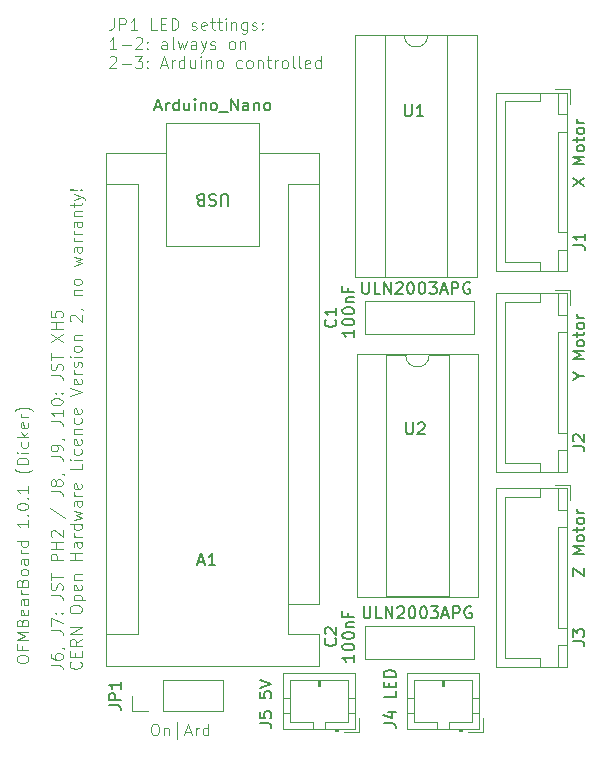
<source format=gbr>
%TF.GenerationSoftware,KiCad,Pcbnew,8.0.3*%
%TF.CreationDate,2024-07-15T07:55:24+02:00*%
%TF.ProjectId,OFMBearBoard,4f464d42-6561-4724-926f-6172642e6b69,1.0.1 (Dicker)*%
%TF.SameCoordinates,Original*%
%TF.FileFunction,Legend,Top*%
%TF.FilePolarity,Positive*%
%FSLAX46Y46*%
G04 Gerber Fmt 4.6, Leading zero omitted, Abs format (unit mm)*
G04 Created by KiCad (PCBNEW 8.0.3) date 2024-07-15 07:55:24*
%MOMM*%
%LPD*%
G01*
G04 APERTURE LIST*
%ADD10C,0.100000*%
%ADD11C,0.150000*%
%ADD12C,0.120000*%
G04 APERTURE END LIST*
D10*
X91994360Y-83372419D02*
X92184836Y-83372419D01*
X92184836Y-83372419D02*
X92280074Y-83420038D01*
X92280074Y-83420038D02*
X92375312Y-83515276D01*
X92375312Y-83515276D02*
X92422931Y-83705752D01*
X92422931Y-83705752D02*
X92422931Y-84039085D01*
X92422931Y-84039085D02*
X92375312Y-84229561D01*
X92375312Y-84229561D02*
X92280074Y-84324800D01*
X92280074Y-84324800D02*
X92184836Y-84372419D01*
X92184836Y-84372419D02*
X91994360Y-84372419D01*
X91994360Y-84372419D02*
X91899122Y-84324800D01*
X91899122Y-84324800D02*
X91803884Y-84229561D01*
X91803884Y-84229561D02*
X91756265Y-84039085D01*
X91756265Y-84039085D02*
X91756265Y-83705752D01*
X91756265Y-83705752D02*
X91803884Y-83515276D01*
X91803884Y-83515276D02*
X91899122Y-83420038D01*
X91899122Y-83420038D02*
X91994360Y-83372419D01*
X92851503Y-83705752D02*
X92851503Y-84372419D01*
X92851503Y-83800990D02*
X92899122Y-83753371D01*
X92899122Y-83753371D02*
X92994360Y-83705752D01*
X92994360Y-83705752D02*
X93137217Y-83705752D01*
X93137217Y-83705752D02*
X93232455Y-83753371D01*
X93232455Y-83753371D02*
X93280074Y-83848609D01*
X93280074Y-83848609D02*
X93280074Y-84372419D01*
X93994360Y-84705752D02*
X93994360Y-83277180D01*
X94661027Y-84086704D02*
X95137217Y-84086704D01*
X94565789Y-84372419D02*
X94899122Y-83372419D01*
X94899122Y-83372419D02*
X95232455Y-84372419D01*
X95565789Y-84372419D02*
X95565789Y-83705752D01*
X95565789Y-83896228D02*
X95613408Y-83800990D01*
X95613408Y-83800990D02*
X95661027Y-83753371D01*
X95661027Y-83753371D02*
X95756265Y-83705752D01*
X95756265Y-83705752D02*
X95851503Y-83705752D01*
X96613408Y-84372419D02*
X96613408Y-83372419D01*
X96613408Y-84324800D02*
X96518170Y-84372419D01*
X96518170Y-84372419D02*
X96327694Y-84372419D01*
X96327694Y-84372419D02*
X96232456Y-84324800D01*
X96232456Y-84324800D02*
X96184837Y-84277180D01*
X96184837Y-84277180D02*
X96137218Y-84181942D01*
X96137218Y-84181942D02*
X96137218Y-83896228D01*
X96137218Y-83896228D02*
X96184837Y-83800990D01*
X96184837Y-83800990D02*
X96232456Y-83753371D01*
X96232456Y-83753371D02*
X96327694Y-83705752D01*
X96327694Y-83705752D02*
X96518170Y-83705752D01*
X96518170Y-83705752D02*
X96613408Y-83753371D01*
X80372419Y-78005639D02*
X80372419Y-77815163D01*
X80372419Y-77815163D02*
X80420038Y-77719925D01*
X80420038Y-77719925D02*
X80515276Y-77624687D01*
X80515276Y-77624687D02*
X80705752Y-77577068D01*
X80705752Y-77577068D02*
X81039085Y-77577068D01*
X81039085Y-77577068D02*
X81229561Y-77624687D01*
X81229561Y-77624687D02*
X81324800Y-77719925D01*
X81324800Y-77719925D02*
X81372419Y-77815163D01*
X81372419Y-77815163D02*
X81372419Y-78005639D01*
X81372419Y-78005639D02*
X81324800Y-78100877D01*
X81324800Y-78100877D02*
X81229561Y-78196115D01*
X81229561Y-78196115D02*
X81039085Y-78243734D01*
X81039085Y-78243734D02*
X80705752Y-78243734D01*
X80705752Y-78243734D02*
X80515276Y-78196115D01*
X80515276Y-78196115D02*
X80420038Y-78100877D01*
X80420038Y-78100877D02*
X80372419Y-78005639D01*
X80848609Y-76815163D02*
X80848609Y-77148496D01*
X81372419Y-77148496D02*
X80372419Y-77148496D01*
X80372419Y-77148496D02*
X80372419Y-76672306D01*
X81372419Y-76291353D02*
X80372419Y-76291353D01*
X80372419Y-76291353D02*
X81086704Y-75958020D01*
X81086704Y-75958020D02*
X80372419Y-75624687D01*
X80372419Y-75624687D02*
X81372419Y-75624687D01*
X80848609Y-74815163D02*
X80896228Y-74672306D01*
X80896228Y-74672306D02*
X80943847Y-74624687D01*
X80943847Y-74624687D02*
X81039085Y-74577068D01*
X81039085Y-74577068D02*
X81181942Y-74577068D01*
X81181942Y-74577068D02*
X81277180Y-74624687D01*
X81277180Y-74624687D02*
X81324800Y-74672306D01*
X81324800Y-74672306D02*
X81372419Y-74767544D01*
X81372419Y-74767544D02*
X81372419Y-75148496D01*
X81372419Y-75148496D02*
X80372419Y-75148496D01*
X80372419Y-75148496D02*
X80372419Y-74815163D01*
X80372419Y-74815163D02*
X80420038Y-74719925D01*
X80420038Y-74719925D02*
X80467657Y-74672306D01*
X80467657Y-74672306D02*
X80562895Y-74624687D01*
X80562895Y-74624687D02*
X80658133Y-74624687D01*
X80658133Y-74624687D02*
X80753371Y-74672306D01*
X80753371Y-74672306D02*
X80800990Y-74719925D01*
X80800990Y-74719925D02*
X80848609Y-74815163D01*
X80848609Y-74815163D02*
X80848609Y-75148496D01*
X81324800Y-73767544D02*
X81372419Y-73862782D01*
X81372419Y-73862782D02*
X81372419Y-74053258D01*
X81372419Y-74053258D02*
X81324800Y-74148496D01*
X81324800Y-74148496D02*
X81229561Y-74196115D01*
X81229561Y-74196115D02*
X80848609Y-74196115D01*
X80848609Y-74196115D02*
X80753371Y-74148496D01*
X80753371Y-74148496D02*
X80705752Y-74053258D01*
X80705752Y-74053258D02*
X80705752Y-73862782D01*
X80705752Y-73862782D02*
X80753371Y-73767544D01*
X80753371Y-73767544D02*
X80848609Y-73719925D01*
X80848609Y-73719925D02*
X80943847Y-73719925D01*
X80943847Y-73719925D02*
X81039085Y-74196115D01*
X81372419Y-72862782D02*
X80848609Y-72862782D01*
X80848609Y-72862782D02*
X80753371Y-72910401D01*
X80753371Y-72910401D02*
X80705752Y-73005639D01*
X80705752Y-73005639D02*
X80705752Y-73196115D01*
X80705752Y-73196115D02*
X80753371Y-73291353D01*
X81324800Y-72862782D02*
X81372419Y-72958020D01*
X81372419Y-72958020D02*
X81372419Y-73196115D01*
X81372419Y-73196115D02*
X81324800Y-73291353D01*
X81324800Y-73291353D02*
X81229561Y-73338972D01*
X81229561Y-73338972D02*
X81134323Y-73338972D01*
X81134323Y-73338972D02*
X81039085Y-73291353D01*
X81039085Y-73291353D02*
X80991466Y-73196115D01*
X80991466Y-73196115D02*
X80991466Y-72958020D01*
X80991466Y-72958020D02*
X80943847Y-72862782D01*
X81372419Y-72386591D02*
X80705752Y-72386591D01*
X80896228Y-72386591D02*
X80800990Y-72338972D01*
X80800990Y-72338972D02*
X80753371Y-72291353D01*
X80753371Y-72291353D02*
X80705752Y-72196115D01*
X80705752Y-72196115D02*
X80705752Y-72100877D01*
X80848609Y-71434210D02*
X80896228Y-71291353D01*
X80896228Y-71291353D02*
X80943847Y-71243734D01*
X80943847Y-71243734D02*
X81039085Y-71196115D01*
X81039085Y-71196115D02*
X81181942Y-71196115D01*
X81181942Y-71196115D02*
X81277180Y-71243734D01*
X81277180Y-71243734D02*
X81324800Y-71291353D01*
X81324800Y-71291353D02*
X81372419Y-71386591D01*
X81372419Y-71386591D02*
X81372419Y-71767543D01*
X81372419Y-71767543D02*
X80372419Y-71767543D01*
X80372419Y-71767543D02*
X80372419Y-71434210D01*
X80372419Y-71434210D02*
X80420038Y-71338972D01*
X80420038Y-71338972D02*
X80467657Y-71291353D01*
X80467657Y-71291353D02*
X80562895Y-71243734D01*
X80562895Y-71243734D02*
X80658133Y-71243734D01*
X80658133Y-71243734D02*
X80753371Y-71291353D01*
X80753371Y-71291353D02*
X80800990Y-71338972D01*
X80800990Y-71338972D02*
X80848609Y-71434210D01*
X80848609Y-71434210D02*
X80848609Y-71767543D01*
X81372419Y-70624686D02*
X81324800Y-70719924D01*
X81324800Y-70719924D02*
X81277180Y-70767543D01*
X81277180Y-70767543D02*
X81181942Y-70815162D01*
X81181942Y-70815162D02*
X80896228Y-70815162D01*
X80896228Y-70815162D02*
X80800990Y-70767543D01*
X80800990Y-70767543D02*
X80753371Y-70719924D01*
X80753371Y-70719924D02*
X80705752Y-70624686D01*
X80705752Y-70624686D02*
X80705752Y-70481829D01*
X80705752Y-70481829D02*
X80753371Y-70386591D01*
X80753371Y-70386591D02*
X80800990Y-70338972D01*
X80800990Y-70338972D02*
X80896228Y-70291353D01*
X80896228Y-70291353D02*
X81181942Y-70291353D01*
X81181942Y-70291353D02*
X81277180Y-70338972D01*
X81277180Y-70338972D02*
X81324800Y-70386591D01*
X81324800Y-70386591D02*
X81372419Y-70481829D01*
X81372419Y-70481829D02*
X81372419Y-70624686D01*
X81372419Y-69434210D02*
X80848609Y-69434210D01*
X80848609Y-69434210D02*
X80753371Y-69481829D01*
X80753371Y-69481829D02*
X80705752Y-69577067D01*
X80705752Y-69577067D02*
X80705752Y-69767543D01*
X80705752Y-69767543D02*
X80753371Y-69862781D01*
X81324800Y-69434210D02*
X81372419Y-69529448D01*
X81372419Y-69529448D02*
X81372419Y-69767543D01*
X81372419Y-69767543D02*
X81324800Y-69862781D01*
X81324800Y-69862781D02*
X81229561Y-69910400D01*
X81229561Y-69910400D02*
X81134323Y-69910400D01*
X81134323Y-69910400D02*
X81039085Y-69862781D01*
X81039085Y-69862781D02*
X80991466Y-69767543D01*
X80991466Y-69767543D02*
X80991466Y-69529448D01*
X80991466Y-69529448D02*
X80943847Y-69434210D01*
X81372419Y-68958019D02*
X80705752Y-68958019D01*
X80896228Y-68958019D02*
X80800990Y-68910400D01*
X80800990Y-68910400D02*
X80753371Y-68862781D01*
X80753371Y-68862781D02*
X80705752Y-68767543D01*
X80705752Y-68767543D02*
X80705752Y-68672305D01*
X81372419Y-67910400D02*
X80372419Y-67910400D01*
X81324800Y-67910400D02*
X81372419Y-68005638D01*
X81372419Y-68005638D02*
X81372419Y-68196114D01*
X81372419Y-68196114D02*
X81324800Y-68291352D01*
X81324800Y-68291352D02*
X81277180Y-68338971D01*
X81277180Y-68338971D02*
X81181942Y-68386590D01*
X81181942Y-68386590D02*
X80896228Y-68386590D01*
X80896228Y-68386590D02*
X80800990Y-68338971D01*
X80800990Y-68338971D02*
X80753371Y-68291352D01*
X80753371Y-68291352D02*
X80705752Y-68196114D01*
X80705752Y-68196114D02*
X80705752Y-68005638D01*
X80705752Y-68005638D02*
X80753371Y-67910400D01*
X81372419Y-66148495D02*
X81372419Y-66719923D01*
X81372419Y-66434209D02*
X80372419Y-66434209D01*
X80372419Y-66434209D02*
X80515276Y-66529447D01*
X80515276Y-66529447D02*
X80610514Y-66624685D01*
X80610514Y-66624685D02*
X80658133Y-66719923D01*
X81277180Y-65719923D02*
X81324800Y-65672304D01*
X81324800Y-65672304D02*
X81372419Y-65719923D01*
X81372419Y-65719923D02*
X81324800Y-65767542D01*
X81324800Y-65767542D02*
X81277180Y-65719923D01*
X81277180Y-65719923D02*
X81372419Y-65719923D01*
X80372419Y-65053257D02*
X80372419Y-64958019D01*
X80372419Y-64958019D02*
X80420038Y-64862781D01*
X80420038Y-64862781D02*
X80467657Y-64815162D01*
X80467657Y-64815162D02*
X80562895Y-64767543D01*
X80562895Y-64767543D02*
X80753371Y-64719924D01*
X80753371Y-64719924D02*
X80991466Y-64719924D01*
X80991466Y-64719924D02*
X81181942Y-64767543D01*
X81181942Y-64767543D02*
X81277180Y-64815162D01*
X81277180Y-64815162D02*
X81324800Y-64862781D01*
X81324800Y-64862781D02*
X81372419Y-64958019D01*
X81372419Y-64958019D02*
X81372419Y-65053257D01*
X81372419Y-65053257D02*
X81324800Y-65148495D01*
X81324800Y-65148495D02*
X81277180Y-65196114D01*
X81277180Y-65196114D02*
X81181942Y-65243733D01*
X81181942Y-65243733D02*
X80991466Y-65291352D01*
X80991466Y-65291352D02*
X80753371Y-65291352D01*
X80753371Y-65291352D02*
X80562895Y-65243733D01*
X80562895Y-65243733D02*
X80467657Y-65196114D01*
X80467657Y-65196114D02*
X80420038Y-65148495D01*
X80420038Y-65148495D02*
X80372419Y-65053257D01*
X81277180Y-64291352D02*
X81324800Y-64243733D01*
X81324800Y-64243733D02*
X81372419Y-64291352D01*
X81372419Y-64291352D02*
X81324800Y-64338971D01*
X81324800Y-64338971D02*
X81277180Y-64291352D01*
X81277180Y-64291352D02*
X81372419Y-64291352D01*
X81372419Y-63291353D02*
X81372419Y-63862781D01*
X81372419Y-63577067D02*
X80372419Y-63577067D01*
X80372419Y-63577067D02*
X80515276Y-63672305D01*
X80515276Y-63672305D02*
X80610514Y-63767543D01*
X80610514Y-63767543D02*
X80658133Y-63862781D01*
X81753371Y-61815162D02*
X81705752Y-61862781D01*
X81705752Y-61862781D02*
X81562895Y-61958019D01*
X81562895Y-61958019D02*
X81467657Y-62005638D01*
X81467657Y-62005638D02*
X81324800Y-62053257D01*
X81324800Y-62053257D02*
X81086704Y-62100876D01*
X81086704Y-62100876D02*
X80896228Y-62100876D01*
X80896228Y-62100876D02*
X80658133Y-62053257D01*
X80658133Y-62053257D02*
X80515276Y-62005638D01*
X80515276Y-62005638D02*
X80420038Y-61958019D01*
X80420038Y-61958019D02*
X80277180Y-61862781D01*
X80277180Y-61862781D02*
X80229561Y-61815162D01*
X81372419Y-61434209D02*
X80372419Y-61434209D01*
X80372419Y-61434209D02*
X80372419Y-61196114D01*
X80372419Y-61196114D02*
X80420038Y-61053257D01*
X80420038Y-61053257D02*
X80515276Y-60958019D01*
X80515276Y-60958019D02*
X80610514Y-60910400D01*
X80610514Y-60910400D02*
X80800990Y-60862781D01*
X80800990Y-60862781D02*
X80943847Y-60862781D01*
X80943847Y-60862781D02*
X81134323Y-60910400D01*
X81134323Y-60910400D02*
X81229561Y-60958019D01*
X81229561Y-60958019D02*
X81324800Y-61053257D01*
X81324800Y-61053257D02*
X81372419Y-61196114D01*
X81372419Y-61196114D02*
X81372419Y-61434209D01*
X81372419Y-60434209D02*
X80705752Y-60434209D01*
X80372419Y-60434209D02*
X80420038Y-60481828D01*
X80420038Y-60481828D02*
X80467657Y-60434209D01*
X80467657Y-60434209D02*
X80420038Y-60386590D01*
X80420038Y-60386590D02*
X80372419Y-60434209D01*
X80372419Y-60434209D02*
X80467657Y-60434209D01*
X81324800Y-59529448D02*
X81372419Y-59624686D01*
X81372419Y-59624686D02*
X81372419Y-59815162D01*
X81372419Y-59815162D02*
X81324800Y-59910400D01*
X81324800Y-59910400D02*
X81277180Y-59958019D01*
X81277180Y-59958019D02*
X81181942Y-60005638D01*
X81181942Y-60005638D02*
X80896228Y-60005638D01*
X80896228Y-60005638D02*
X80800990Y-59958019D01*
X80800990Y-59958019D02*
X80753371Y-59910400D01*
X80753371Y-59910400D02*
X80705752Y-59815162D01*
X80705752Y-59815162D02*
X80705752Y-59624686D01*
X80705752Y-59624686D02*
X80753371Y-59529448D01*
X81372419Y-59100876D02*
X80372419Y-59100876D01*
X80991466Y-59005638D02*
X81372419Y-58719924D01*
X80705752Y-58719924D02*
X81086704Y-59100876D01*
X81324800Y-57910400D02*
X81372419Y-58005638D01*
X81372419Y-58005638D02*
X81372419Y-58196114D01*
X81372419Y-58196114D02*
X81324800Y-58291352D01*
X81324800Y-58291352D02*
X81229561Y-58338971D01*
X81229561Y-58338971D02*
X80848609Y-58338971D01*
X80848609Y-58338971D02*
X80753371Y-58291352D01*
X80753371Y-58291352D02*
X80705752Y-58196114D01*
X80705752Y-58196114D02*
X80705752Y-58005638D01*
X80705752Y-58005638D02*
X80753371Y-57910400D01*
X80753371Y-57910400D02*
X80848609Y-57862781D01*
X80848609Y-57862781D02*
X80943847Y-57862781D01*
X80943847Y-57862781D02*
X81039085Y-58338971D01*
X81372419Y-57434209D02*
X80705752Y-57434209D01*
X80896228Y-57434209D02*
X80800990Y-57386590D01*
X80800990Y-57386590D02*
X80753371Y-57338971D01*
X80753371Y-57338971D02*
X80705752Y-57243733D01*
X80705752Y-57243733D02*
X80705752Y-57148495D01*
X81753371Y-56910399D02*
X81705752Y-56862780D01*
X81705752Y-56862780D02*
X81562895Y-56767542D01*
X81562895Y-56767542D02*
X81467657Y-56719923D01*
X81467657Y-56719923D02*
X81324800Y-56672304D01*
X81324800Y-56672304D02*
X81086704Y-56624685D01*
X81086704Y-56624685D02*
X80896228Y-56624685D01*
X80896228Y-56624685D02*
X80658133Y-56672304D01*
X80658133Y-56672304D02*
X80515276Y-56719923D01*
X80515276Y-56719923D02*
X80420038Y-56767542D01*
X80420038Y-56767542D02*
X80277180Y-56862780D01*
X80277180Y-56862780D02*
X80229561Y-56910399D01*
X83262475Y-78410401D02*
X83976760Y-78410401D01*
X83976760Y-78410401D02*
X84119617Y-78458020D01*
X84119617Y-78458020D02*
X84214856Y-78553258D01*
X84214856Y-78553258D02*
X84262475Y-78696115D01*
X84262475Y-78696115D02*
X84262475Y-78791353D01*
X83262475Y-77505639D02*
X83262475Y-77696115D01*
X83262475Y-77696115D02*
X83310094Y-77791353D01*
X83310094Y-77791353D02*
X83357713Y-77838972D01*
X83357713Y-77838972D02*
X83500570Y-77934210D01*
X83500570Y-77934210D02*
X83691046Y-77981829D01*
X83691046Y-77981829D02*
X84071998Y-77981829D01*
X84071998Y-77981829D02*
X84167236Y-77934210D01*
X84167236Y-77934210D02*
X84214856Y-77886591D01*
X84214856Y-77886591D02*
X84262475Y-77791353D01*
X84262475Y-77791353D02*
X84262475Y-77600877D01*
X84262475Y-77600877D02*
X84214856Y-77505639D01*
X84214856Y-77505639D02*
X84167236Y-77458020D01*
X84167236Y-77458020D02*
X84071998Y-77410401D01*
X84071998Y-77410401D02*
X83833903Y-77410401D01*
X83833903Y-77410401D02*
X83738665Y-77458020D01*
X83738665Y-77458020D02*
X83691046Y-77505639D01*
X83691046Y-77505639D02*
X83643427Y-77600877D01*
X83643427Y-77600877D02*
X83643427Y-77791353D01*
X83643427Y-77791353D02*
X83691046Y-77886591D01*
X83691046Y-77886591D02*
X83738665Y-77934210D01*
X83738665Y-77934210D02*
X83833903Y-77981829D01*
X84214856Y-76934210D02*
X84262475Y-76934210D01*
X84262475Y-76934210D02*
X84357713Y-76981829D01*
X84357713Y-76981829D02*
X84405332Y-77029448D01*
X83262475Y-75458020D02*
X83976760Y-75458020D01*
X83976760Y-75458020D02*
X84119617Y-75505639D01*
X84119617Y-75505639D02*
X84214856Y-75600877D01*
X84214856Y-75600877D02*
X84262475Y-75743734D01*
X84262475Y-75743734D02*
X84262475Y-75838972D01*
X83262475Y-75077067D02*
X83262475Y-74410401D01*
X83262475Y-74410401D02*
X84262475Y-74838972D01*
X84167236Y-74029448D02*
X84214856Y-73981829D01*
X84214856Y-73981829D02*
X84262475Y-74029448D01*
X84262475Y-74029448D02*
X84214856Y-74077067D01*
X84214856Y-74077067D02*
X84167236Y-74029448D01*
X84167236Y-74029448D02*
X84262475Y-74029448D01*
X83643427Y-74029448D02*
X83691046Y-73981829D01*
X83691046Y-73981829D02*
X83738665Y-74029448D01*
X83738665Y-74029448D02*
X83691046Y-74077067D01*
X83691046Y-74077067D02*
X83643427Y-74029448D01*
X83643427Y-74029448D02*
X83738665Y-74029448D01*
X83262475Y-72505639D02*
X83976760Y-72505639D01*
X83976760Y-72505639D02*
X84119617Y-72553258D01*
X84119617Y-72553258D02*
X84214856Y-72648496D01*
X84214856Y-72648496D02*
X84262475Y-72791353D01*
X84262475Y-72791353D02*
X84262475Y-72886591D01*
X84214856Y-72077067D02*
X84262475Y-71934210D01*
X84262475Y-71934210D02*
X84262475Y-71696115D01*
X84262475Y-71696115D02*
X84214856Y-71600877D01*
X84214856Y-71600877D02*
X84167236Y-71553258D01*
X84167236Y-71553258D02*
X84071998Y-71505639D01*
X84071998Y-71505639D02*
X83976760Y-71505639D01*
X83976760Y-71505639D02*
X83881522Y-71553258D01*
X83881522Y-71553258D02*
X83833903Y-71600877D01*
X83833903Y-71600877D02*
X83786284Y-71696115D01*
X83786284Y-71696115D02*
X83738665Y-71886591D01*
X83738665Y-71886591D02*
X83691046Y-71981829D01*
X83691046Y-71981829D02*
X83643427Y-72029448D01*
X83643427Y-72029448D02*
X83548189Y-72077067D01*
X83548189Y-72077067D02*
X83452951Y-72077067D01*
X83452951Y-72077067D02*
X83357713Y-72029448D01*
X83357713Y-72029448D02*
X83310094Y-71981829D01*
X83310094Y-71981829D02*
X83262475Y-71886591D01*
X83262475Y-71886591D02*
X83262475Y-71648496D01*
X83262475Y-71648496D02*
X83310094Y-71505639D01*
X83262475Y-71219924D02*
X83262475Y-70648496D01*
X84262475Y-70934210D02*
X83262475Y-70934210D01*
X84262475Y-69553257D02*
X83262475Y-69553257D01*
X83262475Y-69553257D02*
X83262475Y-69172305D01*
X83262475Y-69172305D02*
X83310094Y-69077067D01*
X83310094Y-69077067D02*
X83357713Y-69029448D01*
X83357713Y-69029448D02*
X83452951Y-68981829D01*
X83452951Y-68981829D02*
X83595808Y-68981829D01*
X83595808Y-68981829D02*
X83691046Y-69029448D01*
X83691046Y-69029448D02*
X83738665Y-69077067D01*
X83738665Y-69077067D02*
X83786284Y-69172305D01*
X83786284Y-69172305D02*
X83786284Y-69553257D01*
X84262475Y-68553257D02*
X83262475Y-68553257D01*
X83738665Y-68553257D02*
X83738665Y-67981829D01*
X84262475Y-67981829D02*
X83262475Y-67981829D01*
X83357713Y-67553257D02*
X83310094Y-67505638D01*
X83310094Y-67505638D02*
X83262475Y-67410400D01*
X83262475Y-67410400D02*
X83262475Y-67172305D01*
X83262475Y-67172305D02*
X83310094Y-67077067D01*
X83310094Y-67077067D02*
X83357713Y-67029448D01*
X83357713Y-67029448D02*
X83452951Y-66981829D01*
X83452951Y-66981829D02*
X83548189Y-66981829D01*
X83548189Y-66981829D02*
X83691046Y-67029448D01*
X83691046Y-67029448D02*
X84262475Y-67600876D01*
X84262475Y-67600876D02*
X84262475Y-66981829D01*
X83214856Y-65077067D02*
X84500570Y-65934209D01*
X83262475Y-63696114D02*
X83976760Y-63696114D01*
X83976760Y-63696114D02*
X84119617Y-63743733D01*
X84119617Y-63743733D02*
X84214856Y-63838971D01*
X84214856Y-63838971D02*
X84262475Y-63981828D01*
X84262475Y-63981828D02*
X84262475Y-64077066D01*
X83691046Y-63077066D02*
X83643427Y-63172304D01*
X83643427Y-63172304D02*
X83595808Y-63219923D01*
X83595808Y-63219923D02*
X83500570Y-63267542D01*
X83500570Y-63267542D02*
X83452951Y-63267542D01*
X83452951Y-63267542D02*
X83357713Y-63219923D01*
X83357713Y-63219923D02*
X83310094Y-63172304D01*
X83310094Y-63172304D02*
X83262475Y-63077066D01*
X83262475Y-63077066D02*
X83262475Y-62886590D01*
X83262475Y-62886590D02*
X83310094Y-62791352D01*
X83310094Y-62791352D02*
X83357713Y-62743733D01*
X83357713Y-62743733D02*
X83452951Y-62696114D01*
X83452951Y-62696114D02*
X83500570Y-62696114D01*
X83500570Y-62696114D02*
X83595808Y-62743733D01*
X83595808Y-62743733D02*
X83643427Y-62791352D01*
X83643427Y-62791352D02*
X83691046Y-62886590D01*
X83691046Y-62886590D02*
X83691046Y-63077066D01*
X83691046Y-63077066D02*
X83738665Y-63172304D01*
X83738665Y-63172304D02*
X83786284Y-63219923D01*
X83786284Y-63219923D02*
X83881522Y-63267542D01*
X83881522Y-63267542D02*
X84071998Y-63267542D01*
X84071998Y-63267542D02*
X84167236Y-63219923D01*
X84167236Y-63219923D02*
X84214856Y-63172304D01*
X84214856Y-63172304D02*
X84262475Y-63077066D01*
X84262475Y-63077066D02*
X84262475Y-62886590D01*
X84262475Y-62886590D02*
X84214856Y-62791352D01*
X84214856Y-62791352D02*
X84167236Y-62743733D01*
X84167236Y-62743733D02*
X84071998Y-62696114D01*
X84071998Y-62696114D02*
X83881522Y-62696114D01*
X83881522Y-62696114D02*
X83786284Y-62743733D01*
X83786284Y-62743733D02*
X83738665Y-62791352D01*
X83738665Y-62791352D02*
X83691046Y-62886590D01*
X84214856Y-62219923D02*
X84262475Y-62219923D01*
X84262475Y-62219923D02*
X84357713Y-62267542D01*
X84357713Y-62267542D02*
X84405332Y-62315161D01*
X83262475Y-60743733D02*
X83976760Y-60743733D01*
X83976760Y-60743733D02*
X84119617Y-60791352D01*
X84119617Y-60791352D02*
X84214856Y-60886590D01*
X84214856Y-60886590D02*
X84262475Y-61029447D01*
X84262475Y-61029447D02*
X84262475Y-61124685D01*
X84262475Y-60219923D02*
X84262475Y-60029447D01*
X84262475Y-60029447D02*
X84214856Y-59934209D01*
X84214856Y-59934209D02*
X84167236Y-59886590D01*
X84167236Y-59886590D02*
X84024379Y-59791352D01*
X84024379Y-59791352D02*
X83833903Y-59743733D01*
X83833903Y-59743733D02*
X83452951Y-59743733D01*
X83452951Y-59743733D02*
X83357713Y-59791352D01*
X83357713Y-59791352D02*
X83310094Y-59838971D01*
X83310094Y-59838971D02*
X83262475Y-59934209D01*
X83262475Y-59934209D02*
X83262475Y-60124685D01*
X83262475Y-60124685D02*
X83310094Y-60219923D01*
X83310094Y-60219923D02*
X83357713Y-60267542D01*
X83357713Y-60267542D02*
X83452951Y-60315161D01*
X83452951Y-60315161D02*
X83691046Y-60315161D01*
X83691046Y-60315161D02*
X83786284Y-60267542D01*
X83786284Y-60267542D02*
X83833903Y-60219923D01*
X83833903Y-60219923D02*
X83881522Y-60124685D01*
X83881522Y-60124685D02*
X83881522Y-59934209D01*
X83881522Y-59934209D02*
X83833903Y-59838971D01*
X83833903Y-59838971D02*
X83786284Y-59791352D01*
X83786284Y-59791352D02*
X83691046Y-59743733D01*
X84214856Y-59267542D02*
X84262475Y-59267542D01*
X84262475Y-59267542D02*
X84357713Y-59315161D01*
X84357713Y-59315161D02*
X84405332Y-59362780D01*
X83262475Y-57791352D02*
X83976760Y-57791352D01*
X83976760Y-57791352D02*
X84119617Y-57838971D01*
X84119617Y-57838971D02*
X84214856Y-57934209D01*
X84214856Y-57934209D02*
X84262475Y-58077066D01*
X84262475Y-58077066D02*
X84262475Y-58172304D01*
X84262475Y-56791352D02*
X84262475Y-57362780D01*
X84262475Y-57077066D02*
X83262475Y-57077066D01*
X83262475Y-57077066D02*
X83405332Y-57172304D01*
X83405332Y-57172304D02*
X83500570Y-57267542D01*
X83500570Y-57267542D02*
X83548189Y-57362780D01*
X83262475Y-56172304D02*
X83262475Y-56077066D01*
X83262475Y-56077066D02*
X83310094Y-55981828D01*
X83310094Y-55981828D02*
X83357713Y-55934209D01*
X83357713Y-55934209D02*
X83452951Y-55886590D01*
X83452951Y-55886590D02*
X83643427Y-55838971D01*
X83643427Y-55838971D02*
X83881522Y-55838971D01*
X83881522Y-55838971D02*
X84071998Y-55886590D01*
X84071998Y-55886590D02*
X84167236Y-55934209D01*
X84167236Y-55934209D02*
X84214856Y-55981828D01*
X84214856Y-55981828D02*
X84262475Y-56077066D01*
X84262475Y-56077066D02*
X84262475Y-56172304D01*
X84262475Y-56172304D02*
X84214856Y-56267542D01*
X84214856Y-56267542D02*
X84167236Y-56315161D01*
X84167236Y-56315161D02*
X84071998Y-56362780D01*
X84071998Y-56362780D02*
X83881522Y-56410399D01*
X83881522Y-56410399D02*
X83643427Y-56410399D01*
X83643427Y-56410399D02*
X83452951Y-56362780D01*
X83452951Y-56362780D02*
X83357713Y-56315161D01*
X83357713Y-56315161D02*
X83310094Y-56267542D01*
X83310094Y-56267542D02*
X83262475Y-56172304D01*
X84167236Y-55410399D02*
X84214856Y-55362780D01*
X84214856Y-55362780D02*
X84262475Y-55410399D01*
X84262475Y-55410399D02*
X84214856Y-55458018D01*
X84214856Y-55458018D02*
X84167236Y-55410399D01*
X84167236Y-55410399D02*
X84262475Y-55410399D01*
X83643427Y-55410399D02*
X83691046Y-55362780D01*
X83691046Y-55362780D02*
X83738665Y-55410399D01*
X83738665Y-55410399D02*
X83691046Y-55458018D01*
X83691046Y-55458018D02*
X83643427Y-55410399D01*
X83643427Y-55410399D02*
X83738665Y-55410399D01*
X83262475Y-53886590D02*
X83976760Y-53886590D01*
X83976760Y-53886590D02*
X84119617Y-53934209D01*
X84119617Y-53934209D02*
X84214856Y-54029447D01*
X84214856Y-54029447D02*
X84262475Y-54172304D01*
X84262475Y-54172304D02*
X84262475Y-54267542D01*
X84214856Y-53458018D02*
X84262475Y-53315161D01*
X84262475Y-53315161D02*
X84262475Y-53077066D01*
X84262475Y-53077066D02*
X84214856Y-52981828D01*
X84214856Y-52981828D02*
X84167236Y-52934209D01*
X84167236Y-52934209D02*
X84071998Y-52886590D01*
X84071998Y-52886590D02*
X83976760Y-52886590D01*
X83976760Y-52886590D02*
X83881522Y-52934209D01*
X83881522Y-52934209D02*
X83833903Y-52981828D01*
X83833903Y-52981828D02*
X83786284Y-53077066D01*
X83786284Y-53077066D02*
X83738665Y-53267542D01*
X83738665Y-53267542D02*
X83691046Y-53362780D01*
X83691046Y-53362780D02*
X83643427Y-53410399D01*
X83643427Y-53410399D02*
X83548189Y-53458018D01*
X83548189Y-53458018D02*
X83452951Y-53458018D01*
X83452951Y-53458018D02*
X83357713Y-53410399D01*
X83357713Y-53410399D02*
X83310094Y-53362780D01*
X83310094Y-53362780D02*
X83262475Y-53267542D01*
X83262475Y-53267542D02*
X83262475Y-53029447D01*
X83262475Y-53029447D02*
X83310094Y-52886590D01*
X83262475Y-52600875D02*
X83262475Y-52029447D01*
X84262475Y-52315161D02*
X83262475Y-52315161D01*
X83262475Y-51029446D02*
X84262475Y-50362780D01*
X83262475Y-50362780D02*
X84262475Y-51029446D01*
X84262475Y-49981827D02*
X83262475Y-49981827D01*
X83738665Y-49981827D02*
X83738665Y-49410399D01*
X84262475Y-49410399D02*
X83262475Y-49410399D01*
X83262475Y-48458018D02*
X83262475Y-48934208D01*
X83262475Y-48934208D02*
X83738665Y-48981827D01*
X83738665Y-48981827D02*
X83691046Y-48934208D01*
X83691046Y-48934208D02*
X83643427Y-48838970D01*
X83643427Y-48838970D02*
X83643427Y-48600875D01*
X83643427Y-48600875D02*
X83691046Y-48505637D01*
X83691046Y-48505637D02*
X83738665Y-48458018D01*
X83738665Y-48458018D02*
X83833903Y-48410399D01*
X83833903Y-48410399D02*
X84071998Y-48410399D01*
X84071998Y-48410399D02*
X84167236Y-48458018D01*
X84167236Y-48458018D02*
X84214856Y-48505637D01*
X84214856Y-48505637D02*
X84262475Y-48600875D01*
X84262475Y-48600875D02*
X84262475Y-48838970D01*
X84262475Y-48838970D02*
X84214856Y-48934208D01*
X84214856Y-48934208D02*
X84167236Y-48981827D01*
X85777180Y-78124687D02*
X85824800Y-78172306D01*
X85824800Y-78172306D02*
X85872419Y-78315163D01*
X85872419Y-78315163D02*
X85872419Y-78410401D01*
X85872419Y-78410401D02*
X85824800Y-78553258D01*
X85824800Y-78553258D02*
X85729561Y-78648496D01*
X85729561Y-78648496D02*
X85634323Y-78696115D01*
X85634323Y-78696115D02*
X85443847Y-78743734D01*
X85443847Y-78743734D02*
X85300990Y-78743734D01*
X85300990Y-78743734D02*
X85110514Y-78696115D01*
X85110514Y-78696115D02*
X85015276Y-78648496D01*
X85015276Y-78648496D02*
X84920038Y-78553258D01*
X84920038Y-78553258D02*
X84872419Y-78410401D01*
X84872419Y-78410401D02*
X84872419Y-78315163D01*
X84872419Y-78315163D02*
X84920038Y-78172306D01*
X84920038Y-78172306D02*
X84967657Y-78124687D01*
X85348609Y-77696115D02*
X85348609Y-77362782D01*
X85872419Y-77219925D02*
X85872419Y-77696115D01*
X85872419Y-77696115D02*
X84872419Y-77696115D01*
X84872419Y-77696115D02*
X84872419Y-77219925D01*
X85872419Y-76219925D02*
X85396228Y-76553258D01*
X85872419Y-76791353D02*
X84872419Y-76791353D01*
X84872419Y-76791353D02*
X84872419Y-76410401D01*
X84872419Y-76410401D02*
X84920038Y-76315163D01*
X84920038Y-76315163D02*
X84967657Y-76267544D01*
X84967657Y-76267544D02*
X85062895Y-76219925D01*
X85062895Y-76219925D02*
X85205752Y-76219925D01*
X85205752Y-76219925D02*
X85300990Y-76267544D01*
X85300990Y-76267544D02*
X85348609Y-76315163D01*
X85348609Y-76315163D02*
X85396228Y-76410401D01*
X85396228Y-76410401D02*
X85396228Y-76791353D01*
X85872419Y-75791353D02*
X84872419Y-75791353D01*
X84872419Y-75791353D02*
X85872419Y-75219925D01*
X85872419Y-75219925D02*
X84872419Y-75219925D01*
X84872419Y-73791353D02*
X84872419Y-73600877D01*
X84872419Y-73600877D02*
X84920038Y-73505639D01*
X84920038Y-73505639D02*
X85015276Y-73410401D01*
X85015276Y-73410401D02*
X85205752Y-73362782D01*
X85205752Y-73362782D02*
X85539085Y-73362782D01*
X85539085Y-73362782D02*
X85729561Y-73410401D01*
X85729561Y-73410401D02*
X85824800Y-73505639D01*
X85824800Y-73505639D02*
X85872419Y-73600877D01*
X85872419Y-73600877D02*
X85872419Y-73791353D01*
X85872419Y-73791353D02*
X85824800Y-73886591D01*
X85824800Y-73886591D02*
X85729561Y-73981829D01*
X85729561Y-73981829D02*
X85539085Y-74029448D01*
X85539085Y-74029448D02*
X85205752Y-74029448D01*
X85205752Y-74029448D02*
X85015276Y-73981829D01*
X85015276Y-73981829D02*
X84920038Y-73886591D01*
X84920038Y-73886591D02*
X84872419Y-73791353D01*
X85205752Y-72934210D02*
X86205752Y-72934210D01*
X85253371Y-72934210D02*
X85205752Y-72838972D01*
X85205752Y-72838972D02*
X85205752Y-72648496D01*
X85205752Y-72648496D02*
X85253371Y-72553258D01*
X85253371Y-72553258D02*
X85300990Y-72505639D01*
X85300990Y-72505639D02*
X85396228Y-72458020D01*
X85396228Y-72458020D02*
X85681942Y-72458020D01*
X85681942Y-72458020D02*
X85777180Y-72505639D01*
X85777180Y-72505639D02*
X85824800Y-72553258D01*
X85824800Y-72553258D02*
X85872419Y-72648496D01*
X85872419Y-72648496D02*
X85872419Y-72838972D01*
X85872419Y-72838972D02*
X85824800Y-72934210D01*
X85824800Y-71648496D02*
X85872419Y-71743734D01*
X85872419Y-71743734D02*
X85872419Y-71934210D01*
X85872419Y-71934210D02*
X85824800Y-72029448D01*
X85824800Y-72029448D02*
X85729561Y-72077067D01*
X85729561Y-72077067D02*
X85348609Y-72077067D01*
X85348609Y-72077067D02*
X85253371Y-72029448D01*
X85253371Y-72029448D02*
X85205752Y-71934210D01*
X85205752Y-71934210D02*
X85205752Y-71743734D01*
X85205752Y-71743734D02*
X85253371Y-71648496D01*
X85253371Y-71648496D02*
X85348609Y-71600877D01*
X85348609Y-71600877D02*
X85443847Y-71600877D01*
X85443847Y-71600877D02*
X85539085Y-72077067D01*
X85205752Y-71172305D02*
X85872419Y-71172305D01*
X85300990Y-71172305D02*
X85253371Y-71124686D01*
X85253371Y-71124686D02*
X85205752Y-71029448D01*
X85205752Y-71029448D02*
X85205752Y-70886591D01*
X85205752Y-70886591D02*
X85253371Y-70791353D01*
X85253371Y-70791353D02*
X85348609Y-70743734D01*
X85348609Y-70743734D02*
X85872419Y-70743734D01*
X85872419Y-69505638D02*
X84872419Y-69505638D01*
X85348609Y-69505638D02*
X85348609Y-68934210D01*
X85872419Y-68934210D02*
X84872419Y-68934210D01*
X85872419Y-68029448D02*
X85348609Y-68029448D01*
X85348609Y-68029448D02*
X85253371Y-68077067D01*
X85253371Y-68077067D02*
X85205752Y-68172305D01*
X85205752Y-68172305D02*
X85205752Y-68362781D01*
X85205752Y-68362781D02*
X85253371Y-68458019D01*
X85824800Y-68029448D02*
X85872419Y-68124686D01*
X85872419Y-68124686D02*
X85872419Y-68362781D01*
X85872419Y-68362781D02*
X85824800Y-68458019D01*
X85824800Y-68458019D02*
X85729561Y-68505638D01*
X85729561Y-68505638D02*
X85634323Y-68505638D01*
X85634323Y-68505638D02*
X85539085Y-68458019D01*
X85539085Y-68458019D02*
X85491466Y-68362781D01*
X85491466Y-68362781D02*
X85491466Y-68124686D01*
X85491466Y-68124686D02*
X85443847Y-68029448D01*
X85872419Y-67553257D02*
X85205752Y-67553257D01*
X85396228Y-67553257D02*
X85300990Y-67505638D01*
X85300990Y-67505638D02*
X85253371Y-67458019D01*
X85253371Y-67458019D02*
X85205752Y-67362781D01*
X85205752Y-67362781D02*
X85205752Y-67267543D01*
X85872419Y-66505638D02*
X84872419Y-66505638D01*
X85824800Y-66505638D02*
X85872419Y-66600876D01*
X85872419Y-66600876D02*
X85872419Y-66791352D01*
X85872419Y-66791352D02*
X85824800Y-66886590D01*
X85824800Y-66886590D02*
X85777180Y-66934209D01*
X85777180Y-66934209D02*
X85681942Y-66981828D01*
X85681942Y-66981828D02*
X85396228Y-66981828D01*
X85396228Y-66981828D02*
X85300990Y-66934209D01*
X85300990Y-66934209D02*
X85253371Y-66886590D01*
X85253371Y-66886590D02*
X85205752Y-66791352D01*
X85205752Y-66791352D02*
X85205752Y-66600876D01*
X85205752Y-66600876D02*
X85253371Y-66505638D01*
X85205752Y-66124685D02*
X85872419Y-65934209D01*
X85872419Y-65934209D02*
X85396228Y-65743733D01*
X85396228Y-65743733D02*
X85872419Y-65553257D01*
X85872419Y-65553257D02*
X85205752Y-65362781D01*
X85872419Y-64553257D02*
X85348609Y-64553257D01*
X85348609Y-64553257D02*
X85253371Y-64600876D01*
X85253371Y-64600876D02*
X85205752Y-64696114D01*
X85205752Y-64696114D02*
X85205752Y-64886590D01*
X85205752Y-64886590D02*
X85253371Y-64981828D01*
X85824800Y-64553257D02*
X85872419Y-64648495D01*
X85872419Y-64648495D02*
X85872419Y-64886590D01*
X85872419Y-64886590D02*
X85824800Y-64981828D01*
X85824800Y-64981828D02*
X85729561Y-65029447D01*
X85729561Y-65029447D02*
X85634323Y-65029447D01*
X85634323Y-65029447D02*
X85539085Y-64981828D01*
X85539085Y-64981828D02*
X85491466Y-64886590D01*
X85491466Y-64886590D02*
X85491466Y-64648495D01*
X85491466Y-64648495D02*
X85443847Y-64553257D01*
X85872419Y-64077066D02*
X85205752Y-64077066D01*
X85396228Y-64077066D02*
X85300990Y-64029447D01*
X85300990Y-64029447D02*
X85253371Y-63981828D01*
X85253371Y-63981828D02*
X85205752Y-63886590D01*
X85205752Y-63886590D02*
X85205752Y-63791352D01*
X85824800Y-63077066D02*
X85872419Y-63172304D01*
X85872419Y-63172304D02*
X85872419Y-63362780D01*
X85872419Y-63362780D02*
X85824800Y-63458018D01*
X85824800Y-63458018D02*
X85729561Y-63505637D01*
X85729561Y-63505637D02*
X85348609Y-63505637D01*
X85348609Y-63505637D02*
X85253371Y-63458018D01*
X85253371Y-63458018D02*
X85205752Y-63362780D01*
X85205752Y-63362780D02*
X85205752Y-63172304D01*
X85205752Y-63172304D02*
X85253371Y-63077066D01*
X85253371Y-63077066D02*
X85348609Y-63029447D01*
X85348609Y-63029447D02*
X85443847Y-63029447D01*
X85443847Y-63029447D02*
X85539085Y-63505637D01*
X85872419Y-61362780D02*
X85872419Y-61838970D01*
X85872419Y-61838970D02*
X84872419Y-61838970D01*
X85872419Y-61029446D02*
X85205752Y-61029446D01*
X84872419Y-61029446D02*
X84920038Y-61077065D01*
X84920038Y-61077065D02*
X84967657Y-61029446D01*
X84967657Y-61029446D02*
X84920038Y-60981827D01*
X84920038Y-60981827D02*
X84872419Y-61029446D01*
X84872419Y-61029446D02*
X84967657Y-61029446D01*
X85824800Y-60124685D02*
X85872419Y-60219923D01*
X85872419Y-60219923D02*
X85872419Y-60410399D01*
X85872419Y-60410399D02*
X85824800Y-60505637D01*
X85824800Y-60505637D02*
X85777180Y-60553256D01*
X85777180Y-60553256D02*
X85681942Y-60600875D01*
X85681942Y-60600875D02*
X85396228Y-60600875D01*
X85396228Y-60600875D02*
X85300990Y-60553256D01*
X85300990Y-60553256D02*
X85253371Y-60505637D01*
X85253371Y-60505637D02*
X85205752Y-60410399D01*
X85205752Y-60410399D02*
X85205752Y-60219923D01*
X85205752Y-60219923D02*
X85253371Y-60124685D01*
X85824800Y-59315161D02*
X85872419Y-59410399D01*
X85872419Y-59410399D02*
X85872419Y-59600875D01*
X85872419Y-59600875D02*
X85824800Y-59696113D01*
X85824800Y-59696113D02*
X85729561Y-59743732D01*
X85729561Y-59743732D02*
X85348609Y-59743732D01*
X85348609Y-59743732D02*
X85253371Y-59696113D01*
X85253371Y-59696113D02*
X85205752Y-59600875D01*
X85205752Y-59600875D02*
X85205752Y-59410399D01*
X85205752Y-59410399D02*
X85253371Y-59315161D01*
X85253371Y-59315161D02*
X85348609Y-59267542D01*
X85348609Y-59267542D02*
X85443847Y-59267542D01*
X85443847Y-59267542D02*
X85539085Y-59743732D01*
X85205752Y-58838970D02*
X85872419Y-58838970D01*
X85300990Y-58838970D02*
X85253371Y-58791351D01*
X85253371Y-58791351D02*
X85205752Y-58696113D01*
X85205752Y-58696113D02*
X85205752Y-58553256D01*
X85205752Y-58553256D02*
X85253371Y-58458018D01*
X85253371Y-58458018D02*
X85348609Y-58410399D01*
X85348609Y-58410399D02*
X85872419Y-58410399D01*
X85824800Y-57505637D02*
X85872419Y-57600875D01*
X85872419Y-57600875D02*
X85872419Y-57791351D01*
X85872419Y-57791351D02*
X85824800Y-57886589D01*
X85824800Y-57886589D02*
X85777180Y-57934208D01*
X85777180Y-57934208D02*
X85681942Y-57981827D01*
X85681942Y-57981827D02*
X85396228Y-57981827D01*
X85396228Y-57981827D02*
X85300990Y-57934208D01*
X85300990Y-57934208D02*
X85253371Y-57886589D01*
X85253371Y-57886589D02*
X85205752Y-57791351D01*
X85205752Y-57791351D02*
X85205752Y-57600875D01*
X85205752Y-57600875D02*
X85253371Y-57505637D01*
X85824800Y-56696113D02*
X85872419Y-56791351D01*
X85872419Y-56791351D02*
X85872419Y-56981827D01*
X85872419Y-56981827D02*
X85824800Y-57077065D01*
X85824800Y-57077065D02*
X85729561Y-57124684D01*
X85729561Y-57124684D02*
X85348609Y-57124684D01*
X85348609Y-57124684D02*
X85253371Y-57077065D01*
X85253371Y-57077065D02*
X85205752Y-56981827D01*
X85205752Y-56981827D02*
X85205752Y-56791351D01*
X85205752Y-56791351D02*
X85253371Y-56696113D01*
X85253371Y-56696113D02*
X85348609Y-56648494D01*
X85348609Y-56648494D02*
X85443847Y-56648494D01*
X85443847Y-56648494D02*
X85539085Y-57124684D01*
X84872419Y-55600874D02*
X85872419Y-55267541D01*
X85872419Y-55267541D02*
X84872419Y-54934208D01*
X85824800Y-54219922D02*
X85872419Y-54315160D01*
X85872419Y-54315160D02*
X85872419Y-54505636D01*
X85872419Y-54505636D02*
X85824800Y-54600874D01*
X85824800Y-54600874D02*
X85729561Y-54648493D01*
X85729561Y-54648493D02*
X85348609Y-54648493D01*
X85348609Y-54648493D02*
X85253371Y-54600874D01*
X85253371Y-54600874D02*
X85205752Y-54505636D01*
X85205752Y-54505636D02*
X85205752Y-54315160D01*
X85205752Y-54315160D02*
X85253371Y-54219922D01*
X85253371Y-54219922D02*
X85348609Y-54172303D01*
X85348609Y-54172303D02*
X85443847Y-54172303D01*
X85443847Y-54172303D02*
X85539085Y-54648493D01*
X85872419Y-53743731D02*
X85205752Y-53743731D01*
X85396228Y-53743731D02*
X85300990Y-53696112D01*
X85300990Y-53696112D02*
X85253371Y-53648493D01*
X85253371Y-53648493D02*
X85205752Y-53553255D01*
X85205752Y-53553255D02*
X85205752Y-53458017D01*
X85824800Y-53172302D02*
X85872419Y-53077064D01*
X85872419Y-53077064D02*
X85872419Y-52886588D01*
X85872419Y-52886588D02*
X85824800Y-52791350D01*
X85824800Y-52791350D02*
X85729561Y-52743731D01*
X85729561Y-52743731D02*
X85681942Y-52743731D01*
X85681942Y-52743731D02*
X85586704Y-52791350D01*
X85586704Y-52791350D02*
X85539085Y-52886588D01*
X85539085Y-52886588D02*
X85539085Y-53029445D01*
X85539085Y-53029445D02*
X85491466Y-53124683D01*
X85491466Y-53124683D02*
X85396228Y-53172302D01*
X85396228Y-53172302D02*
X85348609Y-53172302D01*
X85348609Y-53172302D02*
X85253371Y-53124683D01*
X85253371Y-53124683D02*
X85205752Y-53029445D01*
X85205752Y-53029445D02*
X85205752Y-52886588D01*
X85205752Y-52886588D02*
X85253371Y-52791350D01*
X85872419Y-52315159D02*
X85205752Y-52315159D01*
X84872419Y-52315159D02*
X84920038Y-52362778D01*
X84920038Y-52362778D02*
X84967657Y-52315159D01*
X84967657Y-52315159D02*
X84920038Y-52267540D01*
X84920038Y-52267540D02*
X84872419Y-52315159D01*
X84872419Y-52315159D02*
X84967657Y-52315159D01*
X85872419Y-51696112D02*
X85824800Y-51791350D01*
X85824800Y-51791350D02*
X85777180Y-51838969D01*
X85777180Y-51838969D02*
X85681942Y-51886588D01*
X85681942Y-51886588D02*
X85396228Y-51886588D01*
X85396228Y-51886588D02*
X85300990Y-51838969D01*
X85300990Y-51838969D02*
X85253371Y-51791350D01*
X85253371Y-51791350D02*
X85205752Y-51696112D01*
X85205752Y-51696112D02*
X85205752Y-51553255D01*
X85205752Y-51553255D02*
X85253371Y-51458017D01*
X85253371Y-51458017D02*
X85300990Y-51410398D01*
X85300990Y-51410398D02*
X85396228Y-51362779D01*
X85396228Y-51362779D02*
X85681942Y-51362779D01*
X85681942Y-51362779D02*
X85777180Y-51410398D01*
X85777180Y-51410398D02*
X85824800Y-51458017D01*
X85824800Y-51458017D02*
X85872419Y-51553255D01*
X85872419Y-51553255D02*
X85872419Y-51696112D01*
X85205752Y-50934207D02*
X85872419Y-50934207D01*
X85300990Y-50934207D02*
X85253371Y-50886588D01*
X85253371Y-50886588D02*
X85205752Y-50791350D01*
X85205752Y-50791350D02*
X85205752Y-50648493D01*
X85205752Y-50648493D02*
X85253371Y-50553255D01*
X85253371Y-50553255D02*
X85348609Y-50505636D01*
X85348609Y-50505636D02*
X85872419Y-50505636D01*
X84967657Y-49315159D02*
X84920038Y-49267540D01*
X84920038Y-49267540D02*
X84872419Y-49172302D01*
X84872419Y-49172302D02*
X84872419Y-48934207D01*
X84872419Y-48934207D02*
X84920038Y-48838969D01*
X84920038Y-48838969D02*
X84967657Y-48791350D01*
X84967657Y-48791350D02*
X85062895Y-48743731D01*
X85062895Y-48743731D02*
X85158133Y-48743731D01*
X85158133Y-48743731D02*
X85300990Y-48791350D01*
X85300990Y-48791350D02*
X85872419Y-49362778D01*
X85872419Y-49362778D02*
X85872419Y-48743731D01*
X85824800Y-48267540D02*
X85872419Y-48267540D01*
X85872419Y-48267540D02*
X85967657Y-48315159D01*
X85967657Y-48315159D02*
X86015276Y-48362778D01*
X85205752Y-47077064D02*
X85872419Y-47077064D01*
X85300990Y-47077064D02*
X85253371Y-47029445D01*
X85253371Y-47029445D02*
X85205752Y-46934207D01*
X85205752Y-46934207D02*
X85205752Y-46791350D01*
X85205752Y-46791350D02*
X85253371Y-46696112D01*
X85253371Y-46696112D02*
X85348609Y-46648493D01*
X85348609Y-46648493D02*
X85872419Y-46648493D01*
X85872419Y-46029445D02*
X85824800Y-46124683D01*
X85824800Y-46124683D02*
X85777180Y-46172302D01*
X85777180Y-46172302D02*
X85681942Y-46219921D01*
X85681942Y-46219921D02*
X85396228Y-46219921D01*
X85396228Y-46219921D02*
X85300990Y-46172302D01*
X85300990Y-46172302D02*
X85253371Y-46124683D01*
X85253371Y-46124683D02*
X85205752Y-46029445D01*
X85205752Y-46029445D02*
X85205752Y-45886588D01*
X85205752Y-45886588D02*
X85253371Y-45791350D01*
X85253371Y-45791350D02*
X85300990Y-45743731D01*
X85300990Y-45743731D02*
X85396228Y-45696112D01*
X85396228Y-45696112D02*
X85681942Y-45696112D01*
X85681942Y-45696112D02*
X85777180Y-45743731D01*
X85777180Y-45743731D02*
X85824800Y-45791350D01*
X85824800Y-45791350D02*
X85872419Y-45886588D01*
X85872419Y-45886588D02*
X85872419Y-46029445D01*
X85205752Y-44600873D02*
X85872419Y-44410397D01*
X85872419Y-44410397D02*
X85396228Y-44219921D01*
X85396228Y-44219921D02*
X85872419Y-44029445D01*
X85872419Y-44029445D02*
X85205752Y-43838969D01*
X85872419Y-43029445D02*
X85348609Y-43029445D01*
X85348609Y-43029445D02*
X85253371Y-43077064D01*
X85253371Y-43077064D02*
X85205752Y-43172302D01*
X85205752Y-43172302D02*
X85205752Y-43362778D01*
X85205752Y-43362778D02*
X85253371Y-43458016D01*
X85824800Y-43029445D02*
X85872419Y-43124683D01*
X85872419Y-43124683D02*
X85872419Y-43362778D01*
X85872419Y-43362778D02*
X85824800Y-43458016D01*
X85824800Y-43458016D02*
X85729561Y-43505635D01*
X85729561Y-43505635D02*
X85634323Y-43505635D01*
X85634323Y-43505635D02*
X85539085Y-43458016D01*
X85539085Y-43458016D02*
X85491466Y-43362778D01*
X85491466Y-43362778D02*
X85491466Y-43124683D01*
X85491466Y-43124683D02*
X85443847Y-43029445D01*
X85872419Y-42553254D02*
X85205752Y-42553254D01*
X85396228Y-42553254D02*
X85300990Y-42505635D01*
X85300990Y-42505635D02*
X85253371Y-42458016D01*
X85253371Y-42458016D02*
X85205752Y-42362778D01*
X85205752Y-42362778D02*
X85205752Y-42267540D01*
X85872419Y-41934206D02*
X85205752Y-41934206D01*
X85396228Y-41934206D02*
X85300990Y-41886587D01*
X85300990Y-41886587D02*
X85253371Y-41838968D01*
X85253371Y-41838968D02*
X85205752Y-41743730D01*
X85205752Y-41743730D02*
X85205752Y-41648492D01*
X85872419Y-40886587D02*
X85348609Y-40886587D01*
X85348609Y-40886587D02*
X85253371Y-40934206D01*
X85253371Y-40934206D02*
X85205752Y-41029444D01*
X85205752Y-41029444D02*
X85205752Y-41219920D01*
X85205752Y-41219920D02*
X85253371Y-41315158D01*
X85824800Y-40886587D02*
X85872419Y-40981825D01*
X85872419Y-40981825D02*
X85872419Y-41219920D01*
X85872419Y-41219920D02*
X85824800Y-41315158D01*
X85824800Y-41315158D02*
X85729561Y-41362777D01*
X85729561Y-41362777D02*
X85634323Y-41362777D01*
X85634323Y-41362777D02*
X85539085Y-41315158D01*
X85539085Y-41315158D02*
X85491466Y-41219920D01*
X85491466Y-41219920D02*
X85491466Y-40981825D01*
X85491466Y-40981825D02*
X85443847Y-40886587D01*
X85205752Y-40410396D02*
X85872419Y-40410396D01*
X85300990Y-40410396D02*
X85253371Y-40362777D01*
X85253371Y-40362777D02*
X85205752Y-40267539D01*
X85205752Y-40267539D02*
X85205752Y-40124682D01*
X85205752Y-40124682D02*
X85253371Y-40029444D01*
X85253371Y-40029444D02*
X85348609Y-39981825D01*
X85348609Y-39981825D02*
X85872419Y-39981825D01*
X85205752Y-39648491D02*
X85205752Y-39267539D01*
X84872419Y-39505634D02*
X85729561Y-39505634D01*
X85729561Y-39505634D02*
X85824800Y-39458015D01*
X85824800Y-39458015D02*
X85872419Y-39362777D01*
X85872419Y-39362777D02*
X85872419Y-39267539D01*
X85205752Y-39029443D02*
X85872419Y-38791348D01*
X85205752Y-38553253D02*
X85872419Y-38791348D01*
X85872419Y-38791348D02*
X86110514Y-38886586D01*
X86110514Y-38886586D02*
X86158133Y-38934205D01*
X86158133Y-38934205D02*
X86205752Y-39029443D01*
X85777180Y-38172300D02*
X85824800Y-38124681D01*
X85824800Y-38124681D02*
X85872419Y-38172300D01*
X85872419Y-38172300D02*
X85824800Y-38219919D01*
X85824800Y-38219919D02*
X85777180Y-38172300D01*
X85777180Y-38172300D02*
X85872419Y-38172300D01*
X85491466Y-38172300D02*
X84920038Y-38219919D01*
X84920038Y-38219919D02*
X84872419Y-38172300D01*
X84872419Y-38172300D02*
X84920038Y-38124681D01*
X84920038Y-38124681D02*
X85491466Y-38172300D01*
X85491466Y-38172300D02*
X84872419Y-38172300D01*
X88589598Y-23652531D02*
X88589598Y-24366816D01*
X88589598Y-24366816D02*
X88541979Y-24509673D01*
X88541979Y-24509673D02*
X88446741Y-24604912D01*
X88446741Y-24604912D02*
X88303884Y-24652531D01*
X88303884Y-24652531D02*
X88208646Y-24652531D01*
X89065789Y-24652531D02*
X89065789Y-23652531D01*
X89065789Y-23652531D02*
X89446741Y-23652531D01*
X89446741Y-23652531D02*
X89541979Y-23700150D01*
X89541979Y-23700150D02*
X89589598Y-23747769D01*
X89589598Y-23747769D02*
X89637217Y-23843007D01*
X89637217Y-23843007D02*
X89637217Y-23985864D01*
X89637217Y-23985864D02*
X89589598Y-24081102D01*
X89589598Y-24081102D02*
X89541979Y-24128721D01*
X89541979Y-24128721D02*
X89446741Y-24176340D01*
X89446741Y-24176340D02*
X89065789Y-24176340D01*
X90589598Y-24652531D02*
X90018170Y-24652531D01*
X90303884Y-24652531D02*
X90303884Y-23652531D01*
X90303884Y-23652531D02*
X90208646Y-23795388D01*
X90208646Y-23795388D02*
X90113408Y-23890626D01*
X90113408Y-23890626D02*
X90018170Y-23938245D01*
X92256265Y-24652531D02*
X91780075Y-24652531D01*
X91780075Y-24652531D02*
X91780075Y-23652531D01*
X92589599Y-24128721D02*
X92922932Y-24128721D01*
X93065789Y-24652531D02*
X92589599Y-24652531D01*
X92589599Y-24652531D02*
X92589599Y-23652531D01*
X92589599Y-23652531D02*
X93065789Y-23652531D01*
X93494361Y-24652531D02*
X93494361Y-23652531D01*
X93494361Y-23652531D02*
X93732456Y-23652531D01*
X93732456Y-23652531D02*
X93875313Y-23700150D01*
X93875313Y-23700150D02*
X93970551Y-23795388D01*
X93970551Y-23795388D02*
X94018170Y-23890626D01*
X94018170Y-23890626D02*
X94065789Y-24081102D01*
X94065789Y-24081102D02*
X94065789Y-24223959D01*
X94065789Y-24223959D02*
X94018170Y-24414435D01*
X94018170Y-24414435D02*
X93970551Y-24509673D01*
X93970551Y-24509673D02*
X93875313Y-24604912D01*
X93875313Y-24604912D02*
X93732456Y-24652531D01*
X93732456Y-24652531D02*
X93494361Y-24652531D01*
X95208647Y-24604912D02*
X95303885Y-24652531D01*
X95303885Y-24652531D02*
X95494361Y-24652531D01*
X95494361Y-24652531D02*
X95589599Y-24604912D01*
X95589599Y-24604912D02*
X95637218Y-24509673D01*
X95637218Y-24509673D02*
X95637218Y-24462054D01*
X95637218Y-24462054D02*
X95589599Y-24366816D01*
X95589599Y-24366816D02*
X95494361Y-24319197D01*
X95494361Y-24319197D02*
X95351504Y-24319197D01*
X95351504Y-24319197D02*
X95256266Y-24271578D01*
X95256266Y-24271578D02*
X95208647Y-24176340D01*
X95208647Y-24176340D02*
X95208647Y-24128721D01*
X95208647Y-24128721D02*
X95256266Y-24033483D01*
X95256266Y-24033483D02*
X95351504Y-23985864D01*
X95351504Y-23985864D02*
X95494361Y-23985864D01*
X95494361Y-23985864D02*
X95589599Y-24033483D01*
X96446742Y-24604912D02*
X96351504Y-24652531D01*
X96351504Y-24652531D02*
X96161028Y-24652531D01*
X96161028Y-24652531D02*
X96065790Y-24604912D01*
X96065790Y-24604912D02*
X96018171Y-24509673D01*
X96018171Y-24509673D02*
X96018171Y-24128721D01*
X96018171Y-24128721D02*
X96065790Y-24033483D01*
X96065790Y-24033483D02*
X96161028Y-23985864D01*
X96161028Y-23985864D02*
X96351504Y-23985864D01*
X96351504Y-23985864D02*
X96446742Y-24033483D01*
X96446742Y-24033483D02*
X96494361Y-24128721D01*
X96494361Y-24128721D02*
X96494361Y-24223959D01*
X96494361Y-24223959D02*
X96018171Y-24319197D01*
X96780076Y-23985864D02*
X97161028Y-23985864D01*
X96922933Y-23652531D02*
X96922933Y-24509673D01*
X96922933Y-24509673D02*
X96970552Y-24604912D01*
X96970552Y-24604912D02*
X97065790Y-24652531D01*
X97065790Y-24652531D02*
X97161028Y-24652531D01*
X97351505Y-23985864D02*
X97732457Y-23985864D01*
X97494362Y-23652531D02*
X97494362Y-24509673D01*
X97494362Y-24509673D02*
X97541981Y-24604912D01*
X97541981Y-24604912D02*
X97637219Y-24652531D01*
X97637219Y-24652531D02*
X97732457Y-24652531D01*
X98065791Y-24652531D02*
X98065791Y-23985864D01*
X98065791Y-23652531D02*
X98018172Y-23700150D01*
X98018172Y-23700150D02*
X98065791Y-23747769D01*
X98065791Y-23747769D02*
X98113410Y-23700150D01*
X98113410Y-23700150D02*
X98065791Y-23652531D01*
X98065791Y-23652531D02*
X98065791Y-23747769D01*
X98541981Y-23985864D02*
X98541981Y-24652531D01*
X98541981Y-24081102D02*
X98589600Y-24033483D01*
X98589600Y-24033483D02*
X98684838Y-23985864D01*
X98684838Y-23985864D02*
X98827695Y-23985864D01*
X98827695Y-23985864D02*
X98922933Y-24033483D01*
X98922933Y-24033483D02*
X98970552Y-24128721D01*
X98970552Y-24128721D02*
X98970552Y-24652531D01*
X99875314Y-23985864D02*
X99875314Y-24795388D01*
X99875314Y-24795388D02*
X99827695Y-24890626D01*
X99827695Y-24890626D02*
X99780076Y-24938245D01*
X99780076Y-24938245D02*
X99684838Y-24985864D01*
X99684838Y-24985864D02*
X99541981Y-24985864D01*
X99541981Y-24985864D02*
X99446743Y-24938245D01*
X99875314Y-24604912D02*
X99780076Y-24652531D01*
X99780076Y-24652531D02*
X99589600Y-24652531D01*
X99589600Y-24652531D02*
X99494362Y-24604912D01*
X99494362Y-24604912D02*
X99446743Y-24557292D01*
X99446743Y-24557292D02*
X99399124Y-24462054D01*
X99399124Y-24462054D02*
X99399124Y-24176340D01*
X99399124Y-24176340D02*
X99446743Y-24081102D01*
X99446743Y-24081102D02*
X99494362Y-24033483D01*
X99494362Y-24033483D02*
X99589600Y-23985864D01*
X99589600Y-23985864D02*
X99780076Y-23985864D01*
X99780076Y-23985864D02*
X99875314Y-24033483D01*
X100303886Y-24604912D02*
X100399124Y-24652531D01*
X100399124Y-24652531D02*
X100589600Y-24652531D01*
X100589600Y-24652531D02*
X100684838Y-24604912D01*
X100684838Y-24604912D02*
X100732457Y-24509673D01*
X100732457Y-24509673D02*
X100732457Y-24462054D01*
X100732457Y-24462054D02*
X100684838Y-24366816D01*
X100684838Y-24366816D02*
X100589600Y-24319197D01*
X100589600Y-24319197D02*
X100446743Y-24319197D01*
X100446743Y-24319197D02*
X100351505Y-24271578D01*
X100351505Y-24271578D02*
X100303886Y-24176340D01*
X100303886Y-24176340D02*
X100303886Y-24128721D01*
X100303886Y-24128721D02*
X100351505Y-24033483D01*
X100351505Y-24033483D02*
X100446743Y-23985864D01*
X100446743Y-23985864D02*
X100589600Y-23985864D01*
X100589600Y-23985864D02*
X100684838Y-24033483D01*
X101161029Y-24557292D02*
X101208648Y-24604912D01*
X101208648Y-24604912D02*
X101161029Y-24652531D01*
X101161029Y-24652531D02*
X101113410Y-24604912D01*
X101113410Y-24604912D02*
X101161029Y-24557292D01*
X101161029Y-24557292D02*
X101161029Y-24652531D01*
X101161029Y-24033483D02*
X101208648Y-24081102D01*
X101208648Y-24081102D02*
X101161029Y-24128721D01*
X101161029Y-24128721D02*
X101113410Y-24081102D01*
X101113410Y-24081102D02*
X101161029Y-24033483D01*
X101161029Y-24033483D02*
X101161029Y-24128721D01*
X88827693Y-26262475D02*
X88256265Y-26262475D01*
X88541979Y-26262475D02*
X88541979Y-25262475D01*
X88541979Y-25262475D02*
X88446741Y-25405332D01*
X88446741Y-25405332D02*
X88351503Y-25500570D01*
X88351503Y-25500570D02*
X88256265Y-25548189D01*
X89256265Y-25881522D02*
X90018170Y-25881522D01*
X90446741Y-25357713D02*
X90494360Y-25310094D01*
X90494360Y-25310094D02*
X90589598Y-25262475D01*
X90589598Y-25262475D02*
X90827693Y-25262475D01*
X90827693Y-25262475D02*
X90922931Y-25310094D01*
X90922931Y-25310094D02*
X90970550Y-25357713D01*
X90970550Y-25357713D02*
X91018169Y-25452951D01*
X91018169Y-25452951D02*
X91018169Y-25548189D01*
X91018169Y-25548189D02*
X90970550Y-25691046D01*
X90970550Y-25691046D02*
X90399122Y-26262475D01*
X90399122Y-26262475D02*
X91018169Y-26262475D01*
X91446741Y-26167236D02*
X91494360Y-26214856D01*
X91494360Y-26214856D02*
X91446741Y-26262475D01*
X91446741Y-26262475D02*
X91399122Y-26214856D01*
X91399122Y-26214856D02*
X91446741Y-26167236D01*
X91446741Y-26167236D02*
X91446741Y-26262475D01*
X91446741Y-25643427D02*
X91494360Y-25691046D01*
X91494360Y-25691046D02*
X91446741Y-25738665D01*
X91446741Y-25738665D02*
X91399122Y-25691046D01*
X91399122Y-25691046D02*
X91446741Y-25643427D01*
X91446741Y-25643427D02*
X91446741Y-25738665D01*
X93113407Y-26262475D02*
X93113407Y-25738665D01*
X93113407Y-25738665D02*
X93065788Y-25643427D01*
X93065788Y-25643427D02*
X92970550Y-25595808D01*
X92970550Y-25595808D02*
X92780074Y-25595808D01*
X92780074Y-25595808D02*
X92684836Y-25643427D01*
X93113407Y-26214856D02*
X93018169Y-26262475D01*
X93018169Y-26262475D02*
X92780074Y-26262475D01*
X92780074Y-26262475D02*
X92684836Y-26214856D01*
X92684836Y-26214856D02*
X92637217Y-26119617D01*
X92637217Y-26119617D02*
X92637217Y-26024379D01*
X92637217Y-26024379D02*
X92684836Y-25929141D01*
X92684836Y-25929141D02*
X92780074Y-25881522D01*
X92780074Y-25881522D02*
X93018169Y-25881522D01*
X93018169Y-25881522D02*
X93113407Y-25833903D01*
X93732455Y-26262475D02*
X93637217Y-26214856D01*
X93637217Y-26214856D02*
X93589598Y-26119617D01*
X93589598Y-26119617D02*
X93589598Y-25262475D01*
X94018170Y-25595808D02*
X94208646Y-26262475D01*
X94208646Y-26262475D02*
X94399122Y-25786284D01*
X94399122Y-25786284D02*
X94589598Y-26262475D01*
X94589598Y-26262475D02*
X94780074Y-25595808D01*
X95589598Y-26262475D02*
X95589598Y-25738665D01*
X95589598Y-25738665D02*
X95541979Y-25643427D01*
X95541979Y-25643427D02*
X95446741Y-25595808D01*
X95446741Y-25595808D02*
X95256265Y-25595808D01*
X95256265Y-25595808D02*
X95161027Y-25643427D01*
X95589598Y-26214856D02*
X95494360Y-26262475D01*
X95494360Y-26262475D02*
X95256265Y-26262475D01*
X95256265Y-26262475D02*
X95161027Y-26214856D01*
X95161027Y-26214856D02*
X95113408Y-26119617D01*
X95113408Y-26119617D02*
X95113408Y-26024379D01*
X95113408Y-26024379D02*
X95161027Y-25929141D01*
X95161027Y-25929141D02*
X95256265Y-25881522D01*
X95256265Y-25881522D02*
X95494360Y-25881522D01*
X95494360Y-25881522D02*
X95589598Y-25833903D01*
X95970551Y-25595808D02*
X96208646Y-26262475D01*
X96446741Y-25595808D02*
X96208646Y-26262475D01*
X96208646Y-26262475D02*
X96113408Y-26500570D01*
X96113408Y-26500570D02*
X96065789Y-26548189D01*
X96065789Y-26548189D02*
X95970551Y-26595808D01*
X96780075Y-26214856D02*
X96875313Y-26262475D01*
X96875313Y-26262475D02*
X97065789Y-26262475D01*
X97065789Y-26262475D02*
X97161027Y-26214856D01*
X97161027Y-26214856D02*
X97208646Y-26119617D01*
X97208646Y-26119617D02*
X97208646Y-26071998D01*
X97208646Y-26071998D02*
X97161027Y-25976760D01*
X97161027Y-25976760D02*
X97065789Y-25929141D01*
X97065789Y-25929141D02*
X96922932Y-25929141D01*
X96922932Y-25929141D02*
X96827694Y-25881522D01*
X96827694Y-25881522D02*
X96780075Y-25786284D01*
X96780075Y-25786284D02*
X96780075Y-25738665D01*
X96780075Y-25738665D02*
X96827694Y-25643427D01*
X96827694Y-25643427D02*
X96922932Y-25595808D01*
X96922932Y-25595808D02*
X97065789Y-25595808D01*
X97065789Y-25595808D02*
X97161027Y-25643427D01*
X98541980Y-26262475D02*
X98446742Y-26214856D01*
X98446742Y-26214856D02*
X98399123Y-26167236D01*
X98399123Y-26167236D02*
X98351504Y-26071998D01*
X98351504Y-26071998D02*
X98351504Y-25786284D01*
X98351504Y-25786284D02*
X98399123Y-25691046D01*
X98399123Y-25691046D02*
X98446742Y-25643427D01*
X98446742Y-25643427D02*
X98541980Y-25595808D01*
X98541980Y-25595808D02*
X98684837Y-25595808D01*
X98684837Y-25595808D02*
X98780075Y-25643427D01*
X98780075Y-25643427D02*
X98827694Y-25691046D01*
X98827694Y-25691046D02*
X98875313Y-25786284D01*
X98875313Y-25786284D02*
X98875313Y-26071998D01*
X98875313Y-26071998D02*
X98827694Y-26167236D01*
X98827694Y-26167236D02*
X98780075Y-26214856D01*
X98780075Y-26214856D02*
X98684837Y-26262475D01*
X98684837Y-26262475D02*
X98541980Y-26262475D01*
X99303885Y-25595808D02*
X99303885Y-26262475D01*
X99303885Y-25691046D02*
X99351504Y-25643427D01*
X99351504Y-25643427D02*
X99446742Y-25595808D01*
X99446742Y-25595808D02*
X99589599Y-25595808D01*
X99589599Y-25595808D02*
X99684837Y-25643427D01*
X99684837Y-25643427D02*
X99732456Y-25738665D01*
X99732456Y-25738665D02*
X99732456Y-26262475D01*
X88256265Y-26967657D02*
X88303884Y-26920038D01*
X88303884Y-26920038D02*
X88399122Y-26872419D01*
X88399122Y-26872419D02*
X88637217Y-26872419D01*
X88637217Y-26872419D02*
X88732455Y-26920038D01*
X88732455Y-26920038D02*
X88780074Y-26967657D01*
X88780074Y-26967657D02*
X88827693Y-27062895D01*
X88827693Y-27062895D02*
X88827693Y-27158133D01*
X88827693Y-27158133D02*
X88780074Y-27300990D01*
X88780074Y-27300990D02*
X88208646Y-27872419D01*
X88208646Y-27872419D02*
X88827693Y-27872419D01*
X89256265Y-27491466D02*
X90018170Y-27491466D01*
X90399122Y-26872419D02*
X91018169Y-26872419D01*
X91018169Y-26872419D02*
X90684836Y-27253371D01*
X90684836Y-27253371D02*
X90827693Y-27253371D01*
X90827693Y-27253371D02*
X90922931Y-27300990D01*
X90922931Y-27300990D02*
X90970550Y-27348609D01*
X90970550Y-27348609D02*
X91018169Y-27443847D01*
X91018169Y-27443847D02*
X91018169Y-27681942D01*
X91018169Y-27681942D02*
X90970550Y-27777180D01*
X90970550Y-27777180D02*
X90922931Y-27824800D01*
X90922931Y-27824800D02*
X90827693Y-27872419D01*
X90827693Y-27872419D02*
X90541979Y-27872419D01*
X90541979Y-27872419D02*
X90446741Y-27824800D01*
X90446741Y-27824800D02*
X90399122Y-27777180D01*
X91446741Y-27777180D02*
X91494360Y-27824800D01*
X91494360Y-27824800D02*
X91446741Y-27872419D01*
X91446741Y-27872419D02*
X91399122Y-27824800D01*
X91399122Y-27824800D02*
X91446741Y-27777180D01*
X91446741Y-27777180D02*
X91446741Y-27872419D01*
X91446741Y-27253371D02*
X91494360Y-27300990D01*
X91494360Y-27300990D02*
X91446741Y-27348609D01*
X91446741Y-27348609D02*
X91399122Y-27300990D01*
X91399122Y-27300990D02*
X91446741Y-27253371D01*
X91446741Y-27253371D02*
X91446741Y-27348609D01*
X92637217Y-27586704D02*
X93113407Y-27586704D01*
X92541979Y-27872419D02*
X92875312Y-26872419D01*
X92875312Y-26872419D02*
X93208645Y-27872419D01*
X93541979Y-27872419D02*
X93541979Y-27205752D01*
X93541979Y-27396228D02*
X93589598Y-27300990D01*
X93589598Y-27300990D02*
X93637217Y-27253371D01*
X93637217Y-27253371D02*
X93732455Y-27205752D01*
X93732455Y-27205752D02*
X93827693Y-27205752D01*
X94589598Y-27872419D02*
X94589598Y-26872419D01*
X94589598Y-27824800D02*
X94494360Y-27872419D01*
X94494360Y-27872419D02*
X94303884Y-27872419D01*
X94303884Y-27872419D02*
X94208646Y-27824800D01*
X94208646Y-27824800D02*
X94161027Y-27777180D01*
X94161027Y-27777180D02*
X94113408Y-27681942D01*
X94113408Y-27681942D02*
X94113408Y-27396228D01*
X94113408Y-27396228D02*
X94161027Y-27300990D01*
X94161027Y-27300990D02*
X94208646Y-27253371D01*
X94208646Y-27253371D02*
X94303884Y-27205752D01*
X94303884Y-27205752D02*
X94494360Y-27205752D01*
X94494360Y-27205752D02*
X94589598Y-27253371D01*
X95494360Y-27205752D02*
X95494360Y-27872419D01*
X95065789Y-27205752D02*
X95065789Y-27729561D01*
X95065789Y-27729561D02*
X95113408Y-27824800D01*
X95113408Y-27824800D02*
X95208646Y-27872419D01*
X95208646Y-27872419D02*
X95351503Y-27872419D01*
X95351503Y-27872419D02*
X95446741Y-27824800D01*
X95446741Y-27824800D02*
X95494360Y-27777180D01*
X95970551Y-27872419D02*
X95970551Y-27205752D01*
X95970551Y-26872419D02*
X95922932Y-26920038D01*
X95922932Y-26920038D02*
X95970551Y-26967657D01*
X95970551Y-26967657D02*
X96018170Y-26920038D01*
X96018170Y-26920038D02*
X95970551Y-26872419D01*
X95970551Y-26872419D02*
X95970551Y-26967657D01*
X96446741Y-27205752D02*
X96446741Y-27872419D01*
X96446741Y-27300990D02*
X96494360Y-27253371D01*
X96494360Y-27253371D02*
X96589598Y-27205752D01*
X96589598Y-27205752D02*
X96732455Y-27205752D01*
X96732455Y-27205752D02*
X96827693Y-27253371D01*
X96827693Y-27253371D02*
X96875312Y-27348609D01*
X96875312Y-27348609D02*
X96875312Y-27872419D01*
X97494360Y-27872419D02*
X97399122Y-27824800D01*
X97399122Y-27824800D02*
X97351503Y-27777180D01*
X97351503Y-27777180D02*
X97303884Y-27681942D01*
X97303884Y-27681942D02*
X97303884Y-27396228D01*
X97303884Y-27396228D02*
X97351503Y-27300990D01*
X97351503Y-27300990D02*
X97399122Y-27253371D01*
X97399122Y-27253371D02*
X97494360Y-27205752D01*
X97494360Y-27205752D02*
X97637217Y-27205752D01*
X97637217Y-27205752D02*
X97732455Y-27253371D01*
X97732455Y-27253371D02*
X97780074Y-27300990D01*
X97780074Y-27300990D02*
X97827693Y-27396228D01*
X97827693Y-27396228D02*
X97827693Y-27681942D01*
X97827693Y-27681942D02*
X97780074Y-27777180D01*
X97780074Y-27777180D02*
X97732455Y-27824800D01*
X97732455Y-27824800D02*
X97637217Y-27872419D01*
X97637217Y-27872419D02*
X97494360Y-27872419D01*
X99446741Y-27824800D02*
X99351503Y-27872419D01*
X99351503Y-27872419D02*
X99161027Y-27872419D01*
X99161027Y-27872419D02*
X99065789Y-27824800D01*
X99065789Y-27824800D02*
X99018170Y-27777180D01*
X99018170Y-27777180D02*
X98970551Y-27681942D01*
X98970551Y-27681942D02*
X98970551Y-27396228D01*
X98970551Y-27396228D02*
X99018170Y-27300990D01*
X99018170Y-27300990D02*
X99065789Y-27253371D01*
X99065789Y-27253371D02*
X99161027Y-27205752D01*
X99161027Y-27205752D02*
X99351503Y-27205752D01*
X99351503Y-27205752D02*
X99446741Y-27253371D01*
X100018170Y-27872419D02*
X99922932Y-27824800D01*
X99922932Y-27824800D02*
X99875313Y-27777180D01*
X99875313Y-27777180D02*
X99827694Y-27681942D01*
X99827694Y-27681942D02*
X99827694Y-27396228D01*
X99827694Y-27396228D02*
X99875313Y-27300990D01*
X99875313Y-27300990D02*
X99922932Y-27253371D01*
X99922932Y-27253371D02*
X100018170Y-27205752D01*
X100018170Y-27205752D02*
X100161027Y-27205752D01*
X100161027Y-27205752D02*
X100256265Y-27253371D01*
X100256265Y-27253371D02*
X100303884Y-27300990D01*
X100303884Y-27300990D02*
X100351503Y-27396228D01*
X100351503Y-27396228D02*
X100351503Y-27681942D01*
X100351503Y-27681942D02*
X100303884Y-27777180D01*
X100303884Y-27777180D02*
X100256265Y-27824800D01*
X100256265Y-27824800D02*
X100161027Y-27872419D01*
X100161027Y-27872419D02*
X100018170Y-27872419D01*
X100780075Y-27205752D02*
X100780075Y-27872419D01*
X100780075Y-27300990D02*
X100827694Y-27253371D01*
X100827694Y-27253371D02*
X100922932Y-27205752D01*
X100922932Y-27205752D02*
X101065789Y-27205752D01*
X101065789Y-27205752D02*
X101161027Y-27253371D01*
X101161027Y-27253371D02*
X101208646Y-27348609D01*
X101208646Y-27348609D02*
X101208646Y-27872419D01*
X101541980Y-27205752D02*
X101922932Y-27205752D01*
X101684837Y-26872419D02*
X101684837Y-27729561D01*
X101684837Y-27729561D02*
X101732456Y-27824800D01*
X101732456Y-27824800D02*
X101827694Y-27872419D01*
X101827694Y-27872419D02*
X101922932Y-27872419D01*
X102256266Y-27872419D02*
X102256266Y-27205752D01*
X102256266Y-27396228D02*
X102303885Y-27300990D01*
X102303885Y-27300990D02*
X102351504Y-27253371D01*
X102351504Y-27253371D02*
X102446742Y-27205752D01*
X102446742Y-27205752D02*
X102541980Y-27205752D01*
X103018171Y-27872419D02*
X102922933Y-27824800D01*
X102922933Y-27824800D02*
X102875314Y-27777180D01*
X102875314Y-27777180D02*
X102827695Y-27681942D01*
X102827695Y-27681942D02*
X102827695Y-27396228D01*
X102827695Y-27396228D02*
X102875314Y-27300990D01*
X102875314Y-27300990D02*
X102922933Y-27253371D01*
X102922933Y-27253371D02*
X103018171Y-27205752D01*
X103018171Y-27205752D02*
X103161028Y-27205752D01*
X103161028Y-27205752D02*
X103256266Y-27253371D01*
X103256266Y-27253371D02*
X103303885Y-27300990D01*
X103303885Y-27300990D02*
X103351504Y-27396228D01*
X103351504Y-27396228D02*
X103351504Y-27681942D01*
X103351504Y-27681942D02*
X103303885Y-27777180D01*
X103303885Y-27777180D02*
X103256266Y-27824800D01*
X103256266Y-27824800D02*
X103161028Y-27872419D01*
X103161028Y-27872419D02*
X103018171Y-27872419D01*
X103922933Y-27872419D02*
X103827695Y-27824800D01*
X103827695Y-27824800D02*
X103780076Y-27729561D01*
X103780076Y-27729561D02*
X103780076Y-26872419D01*
X104446743Y-27872419D02*
X104351505Y-27824800D01*
X104351505Y-27824800D02*
X104303886Y-27729561D01*
X104303886Y-27729561D02*
X104303886Y-26872419D01*
X105208648Y-27824800D02*
X105113410Y-27872419D01*
X105113410Y-27872419D02*
X104922934Y-27872419D01*
X104922934Y-27872419D02*
X104827696Y-27824800D01*
X104827696Y-27824800D02*
X104780077Y-27729561D01*
X104780077Y-27729561D02*
X104780077Y-27348609D01*
X104780077Y-27348609D02*
X104827696Y-27253371D01*
X104827696Y-27253371D02*
X104922934Y-27205752D01*
X104922934Y-27205752D02*
X105113410Y-27205752D01*
X105113410Y-27205752D02*
X105208648Y-27253371D01*
X105208648Y-27253371D02*
X105256267Y-27348609D01*
X105256267Y-27348609D02*
X105256267Y-27443847D01*
X105256267Y-27443847D02*
X104780077Y-27539085D01*
X106113410Y-27872419D02*
X106113410Y-26872419D01*
X106113410Y-27824800D02*
X106018172Y-27872419D01*
X106018172Y-27872419D02*
X105827696Y-27872419D01*
X105827696Y-27872419D02*
X105732458Y-27824800D01*
X105732458Y-27824800D02*
X105684839Y-27777180D01*
X105684839Y-27777180D02*
X105637220Y-27681942D01*
X105637220Y-27681942D02*
X105637220Y-27396228D01*
X105637220Y-27396228D02*
X105684839Y-27300990D01*
X105684839Y-27300990D02*
X105732458Y-27253371D01*
X105732458Y-27253371D02*
X105827696Y-27205752D01*
X105827696Y-27205752D02*
X106018172Y-27205752D01*
X106018172Y-27205752D02*
X106113410Y-27253371D01*
D11*
X113358095Y-57874819D02*
X113358095Y-58684342D01*
X113358095Y-58684342D02*
X113405714Y-58779580D01*
X113405714Y-58779580D02*
X113453333Y-58827200D01*
X113453333Y-58827200D02*
X113548571Y-58874819D01*
X113548571Y-58874819D02*
X113739047Y-58874819D01*
X113739047Y-58874819D02*
X113834285Y-58827200D01*
X113834285Y-58827200D02*
X113881904Y-58779580D01*
X113881904Y-58779580D02*
X113929523Y-58684342D01*
X113929523Y-58684342D02*
X113929523Y-57874819D01*
X114358095Y-57970057D02*
X114405714Y-57922438D01*
X114405714Y-57922438D02*
X114500952Y-57874819D01*
X114500952Y-57874819D02*
X114739047Y-57874819D01*
X114739047Y-57874819D02*
X114834285Y-57922438D01*
X114834285Y-57922438D02*
X114881904Y-57970057D01*
X114881904Y-57970057D02*
X114929523Y-58065295D01*
X114929523Y-58065295D02*
X114929523Y-58160533D01*
X114929523Y-58160533D02*
X114881904Y-58303390D01*
X114881904Y-58303390D02*
X114310476Y-58874819D01*
X114310476Y-58874819D02*
X114929523Y-58874819D01*
X109762381Y-73454819D02*
X109762381Y-74264342D01*
X109762381Y-74264342D02*
X109810000Y-74359580D01*
X109810000Y-74359580D02*
X109857619Y-74407200D01*
X109857619Y-74407200D02*
X109952857Y-74454819D01*
X109952857Y-74454819D02*
X110143333Y-74454819D01*
X110143333Y-74454819D02*
X110238571Y-74407200D01*
X110238571Y-74407200D02*
X110286190Y-74359580D01*
X110286190Y-74359580D02*
X110333809Y-74264342D01*
X110333809Y-74264342D02*
X110333809Y-73454819D01*
X111286190Y-74454819D02*
X110810000Y-74454819D01*
X110810000Y-74454819D02*
X110810000Y-73454819D01*
X111619524Y-74454819D02*
X111619524Y-73454819D01*
X111619524Y-73454819D02*
X112190952Y-74454819D01*
X112190952Y-74454819D02*
X112190952Y-73454819D01*
X112619524Y-73550057D02*
X112667143Y-73502438D01*
X112667143Y-73502438D02*
X112762381Y-73454819D01*
X112762381Y-73454819D02*
X113000476Y-73454819D01*
X113000476Y-73454819D02*
X113095714Y-73502438D01*
X113095714Y-73502438D02*
X113143333Y-73550057D01*
X113143333Y-73550057D02*
X113190952Y-73645295D01*
X113190952Y-73645295D02*
X113190952Y-73740533D01*
X113190952Y-73740533D02*
X113143333Y-73883390D01*
X113143333Y-73883390D02*
X112571905Y-74454819D01*
X112571905Y-74454819D02*
X113190952Y-74454819D01*
X113810000Y-73454819D02*
X113905238Y-73454819D01*
X113905238Y-73454819D02*
X114000476Y-73502438D01*
X114000476Y-73502438D02*
X114048095Y-73550057D01*
X114048095Y-73550057D02*
X114095714Y-73645295D01*
X114095714Y-73645295D02*
X114143333Y-73835771D01*
X114143333Y-73835771D02*
X114143333Y-74073866D01*
X114143333Y-74073866D02*
X114095714Y-74264342D01*
X114095714Y-74264342D02*
X114048095Y-74359580D01*
X114048095Y-74359580D02*
X114000476Y-74407200D01*
X114000476Y-74407200D02*
X113905238Y-74454819D01*
X113905238Y-74454819D02*
X113810000Y-74454819D01*
X113810000Y-74454819D02*
X113714762Y-74407200D01*
X113714762Y-74407200D02*
X113667143Y-74359580D01*
X113667143Y-74359580D02*
X113619524Y-74264342D01*
X113619524Y-74264342D02*
X113571905Y-74073866D01*
X113571905Y-74073866D02*
X113571905Y-73835771D01*
X113571905Y-73835771D02*
X113619524Y-73645295D01*
X113619524Y-73645295D02*
X113667143Y-73550057D01*
X113667143Y-73550057D02*
X113714762Y-73502438D01*
X113714762Y-73502438D02*
X113810000Y-73454819D01*
X114762381Y-73454819D02*
X114857619Y-73454819D01*
X114857619Y-73454819D02*
X114952857Y-73502438D01*
X114952857Y-73502438D02*
X115000476Y-73550057D01*
X115000476Y-73550057D02*
X115048095Y-73645295D01*
X115048095Y-73645295D02*
X115095714Y-73835771D01*
X115095714Y-73835771D02*
X115095714Y-74073866D01*
X115095714Y-74073866D02*
X115048095Y-74264342D01*
X115048095Y-74264342D02*
X115000476Y-74359580D01*
X115000476Y-74359580D02*
X114952857Y-74407200D01*
X114952857Y-74407200D02*
X114857619Y-74454819D01*
X114857619Y-74454819D02*
X114762381Y-74454819D01*
X114762381Y-74454819D02*
X114667143Y-74407200D01*
X114667143Y-74407200D02*
X114619524Y-74359580D01*
X114619524Y-74359580D02*
X114571905Y-74264342D01*
X114571905Y-74264342D02*
X114524286Y-74073866D01*
X114524286Y-74073866D02*
X114524286Y-73835771D01*
X114524286Y-73835771D02*
X114571905Y-73645295D01*
X114571905Y-73645295D02*
X114619524Y-73550057D01*
X114619524Y-73550057D02*
X114667143Y-73502438D01*
X114667143Y-73502438D02*
X114762381Y-73454819D01*
X115429048Y-73454819D02*
X116048095Y-73454819D01*
X116048095Y-73454819D02*
X115714762Y-73835771D01*
X115714762Y-73835771D02*
X115857619Y-73835771D01*
X115857619Y-73835771D02*
X115952857Y-73883390D01*
X115952857Y-73883390D02*
X116000476Y-73931009D01*
X116000476Y-73931009D02*
X116048095Y-74026247D01*
X116048095Y-74026247D02*
X116048095Y-74264342D01*
X116048095Y-74264342D02*
X116000476Y-74359580D01*
X116000476Y-74359580D02*
X115952857Y-74407200D01*
X115952857Y-74407200D02*
X115857619Y-74454819D01*
X115857619Y-74454819D02*
X115571905Y-74454819D01*
X115571905Y-74454819D02*
X115476667Y-74407200D01*
X115476667Y-74407200D02*
X115429048Y-74359580D01*
X116429048Y-74169104D02*
X116905238Y-74169104D01*
X116333810Y-74454819D02*
X116667143Y-73454819D01*
X116667143Y-73454819D02*
X117000476Y-74454819D01*
X117333810Y-74454819D02*
X117333810Y-73454819D01*
X117333810Y-73454819D02*
X117714762Y-73454819D01*
X117714762Y-73454819D02*
X117810000Y-73502438D01*
X117810000Y-73502438D02*
X117857619Y-73550057D01*
X117857619Y-73550057D02*
X117905238Y-73645295D01*
X117905238Y-73645295D02*
X117905238Y-73788152D01*
X117905238Y-73788152D02*
X117857619Y-73883390D01*
X117857619Y-73883390D02*
X117810000Y-73931009D01*
X117810000Y-73931009D02*
X117714762Y-73978628D01*
X117714762Y-73978628D02*
X117333810Y-73978628D01*
X118857619Y-73502438D02*
X118762381Y-73454819D01*
X118762381Y-73454819D02*
X118619524Y-73454819D01*
X118619524Y-73454819D02*
X118476667Y-73502438D01*
X118476667Y-73502438D02*
X118381429Y-73597676D01*
X118381429Y-73597676D02*
X118333810Y-73692914D01*
X118333810Y-73692914D02*
X118286191Y-73883390D01*
X118286191Y-73883390D02*
X118286191Y-74026247D01*
X118286191Y-74026247D02*
X118333810Y-74216723D01*
X118333810Y-74216723D02*
X118381429Y-74311961D01*
X118381429Y-74311961D02*
X118476667Y-74407200D01*
X118476667Y-74407200D02*
X118619524Y-74454819D01*
X118619524Y-74454819D02*
X118714762Y-74454819D01*
X118714762Y-74454819D02*
X118857619Y-74407200D01*
X118857619Y-74407200D02*
X118905238Y-74359580D01*
X118905238Y-74359580D02*
X118905238Y-74026247D01*
X118905238Y-74026247D02*
X118714762Y-74026247D01*
X127454819Y-59883333D02*
X128169104Y-59883333D01*
X128169104Y-59883333D02*
X128311961Y-59930952D01*
X128311961Y-59930952D02*
X128407200Y-60026190D01*
X128407200Y-60026190D02*
X128454819Y-60169047D01*
X128454819Y-60169047D02*
X128454819Y-60264285D01*
X127550057Y-59454761D02*
X127502438Y-59407142D01*
X127502438Y-59407142D02*
X127454819Y-59311904D01*
X127454819Y-59311904D02*
X127454819Y-59073809D01*
X127454819Y-59073809D02*
X127502438Y-58978571D01*
X127502438Y-58978571D02*
X127550057Y-58930952D01*
X127550057Y-58930952D02*
X127645295Y-58883333D01*
X127645295Y-58883333D02*
X127740533Y-58883333D01*
X127740533Y-58883333D02*
X127883390Y-58930952D01*
X127883390Y-58930952D02*
X128454819Y-59502380D01*
X128454819Y-59502380D02*
X128454819Y-58883333D01*
X127978628Y-53952381D02*
X128454819Y-53952381D01*
X127454819Y-54285714D02*
X127978628Y-53952381D01*
X127978628Y-53952381D02*
X127454819Y-53619048D01*
X128454819Y-52523809D02*
X127454819Y-52523809D01*
X127454819Y-52523809D02*
X128169104Y-52190476D01*
X128169104Y-52190476D02*
X127454819Y-51857143D01*
X127454819Y-51857143D02*
X128454819Y-51857143D01*
X128454819Y-51238095D02*
X128407200Y-51333333D01*
X128407200Y-51333333D02*
X128359580Y-51380952D01*
X128359580Y-51380952D02*
X128264342Y-51428571D01*
X128264342Y-51428571D02*
X127978628Y-51428571D01*
X127978628Y-51428571D02*
X127883390Y-51380952D01*
X127883390Y-51380952D02*
X127835771Y-51333333D01*
X127835771Y-51333333D02*
X127788152Y-51238095D01*
X127788152Y-51238095D02*
X127788152Y-51095238D01*
X127788152Y-51095238D02*
X127835771Y-51000000D01*
X127835771Y-51000000D02*
X127883390Y-50952381D01*
X127883390Y-50952381D02*
X127978628Y-50904762D01*
X127978628Y-50904762D02*
X128264342Y-50904762D01*
X128264342Y-50904762D02*
X128359580Y-50952381D01*
X128359580Y-50952381D02*
X128407200Y-51000000D01*
X128407200Y-51000000D02*
X128454819Y-51095238D01*
X128454819Y-51095238D02*
X128454819Y-51238095D01*
X127788152Y-50619047D02*
X127788152Y-50238095D01*
X127454819Y-50476190D02*
X128311961Y-50476190D01*
X128311961Y-50476190D02*
X128407200Y-50428571D01*
X128407200Y-50428571D02*
X128454819Y-50333333D01*
X128454819Y-50333333D02*
X128454819Y-50238095D01*
X128454819Y-49761904D02*
X128407200Y-49857142D01*
X128407200Y-49857142D02*
X128359580Y-49904761D01*
X128359580Y-49904761D02*
X128264342Y-49952380D01*
X128264342Y-49952380D02*
X127978628Y-49952380D01*
X127978628Y-49952380D02*
X127883390Y-49904761D01*
X127883390Y-49904761D02*
X127835771Y-49857142D01*
X127835771Y-49857142D02*
X127788152Y-49761904D01*
X127788152Y-49761904D02*
X127788152Y-49619047D01*
X127788152Y-49619047D02*
X127835771Y-49523809D01*
X127835771Y-49523809D02*
X127883390Y-49476190D01*
X127883390Y-49476190D02*
X127978628Y-49428571D01*
X127978628Y-49428571D02*
X128264342Y-49428571D01*
X128264342Y-49428571D02*
X128359580Y-49476190D01*
X128359580Y-49476190D02*
X128407200Y-49523809D01*
X128407200Y-49523809D02*
X128454819Y-49619047D01*
X128454819Y-49619047D02*
X128454819Y-49761904D01*
X128454819Y-48999999D02*
X127788152Y-48999999D01*
X127978628Y-48999999D02*
X127883390Y-48952380D01*
X127883390Y-48952380D02*
X127835771Y-48904761D01*
X127835771Y-48904761D02*
X127788152Y-48809523D01*
X127788152Y-48809523D02*
X127788152Y-48714285D01*
X113238095Y-30954819D02*
X113238095Y-31764342D01*
X113238095Y-31764342D02*
X113285714Y-31859580D01*
X113285714Y-31859580D02*
X113333333Y-31907200D01*
X113333333Y-31907200D02*
X113428571Y-31954819D01*
X113428571Y-31954819D02*
X113619047Y-31954819D01*
X113619047Y-31954819D02*
X113714285Y-31907200D01*
X113714285Y-31907200D02*
X113761904Y-31859580D01*
X113761904Y-31859580D02*
X113809523Y-31764342D01*
X113809523Y-31764342D02*
X113809523Y-30954819D01*
X114809523Y-31954819D02*
X114238095Y-31954819D01*
X114523809Y-31954819D02*
X114523809Y-30954819D01*
X114523809Y-30954819D02*
X114428571Y-31097676D01*
X114428571Y-31097676D02*
X114333333Y-31192914D01*
X114333333Y-31192914D02*
X114238095Y-31240533D01*
X109642381Y-45984819D02*
X109642381Y-46794342D01*
X109642381Y-46794342D02*
X109690000Y-46889580D01*
X109690000Y-46889580D02*
X109737619Y-46937200D01*
X109737619Y-46937200D02*
X109832857Y-46984819D01*
X109832857Y-46984819D02*
X110023333Y-46984819D01*
X110023333Y-46984819D02*
X110118571Y-46937200D01*
X110118571Y-46937200D02*
X110166190Y-46889580D01*
X110166190Y-46889580D02*
X110213809Y-46794342D01*
X110213809Y-46794342D02*
X110213809Y-45984819D01*
X111166190Y-46984819D02*
X110690000Y-46984819D01*
X110690000Y-46984819D02*
X110690000Y-45984819D01*
X111499524Y-46984819D02*
X111499524Y-45984819D01*
X111499524Y-45984819D02*
X112070952Y-46984819D01*
X112070952Y-46984819D02*
X112070952Y-45984819D01*
X112499524Y-46080057D02*
X112547143Y-46032438D01*
X112547143Y-46032438D02*
X112642381Y-45984819D01*
X112642381Y-45984819D02*
X112880476Y-45984819D01*
X112880476Y-45984819D02*
X112975714Y-46032438D01*
X112975714Y-46032438D02*
X113023333Y-46080057D01*
X113023333Y-46080057D02*
X113070952Y-46175295D01*
X113070952Y-46175295D02*
X113070952Y-46270533D01*
X113070952Y-46270533D02*
X113023333Y-46413390D01*
X113023333Y-46413390D02*
X112451905Y-46984819D01*
X112451905Y-46984819D02*
X113070952Y-46984819D01*
X113690000Y-45984819D02*
X113785238Y-45984819D01*
X113785238Y-45984819D02*
X113880476Y-46032438D01*
X113880476Y-46032438D02*
X113928095Y-46080057D01*
X113928095Y-46080057D02*
X113975714Y-46175295D01*
X113975714Y-46175295D02*
X114023333Y-46365771D01*
X114023333Y-46365771D02*
X114023333Y-46603866D01*
X114023333Y-46603866D02*
X113975714Y-46794342D01*
X113975714Y-46794342D02*
X113928095Y-46889580D01*
X113928095Y-46889580D02*
X113880476Y-46937200D01*
X113880476Y-46937200D02*
X113785238Y-46984819D01*
X113785238Y-46984819D02*
X113690000Y-46984819D01*
X113690000Y-46984819D02*
X113594762Y-46937200D01*
X113594762Y-46937200D02*
X113547143Y-46889580D01*
X113547143Y-46889580D02*
X113499524Y-46794342D01*
X113499524Y-46794342D02*
X113451905Y-46603866D01*
X113451905Y-46603866D02*
X113451905Y-46365771D01*
X113451905Y-46365771D02*
X113499524Y-46175295D01*
X113499524Y-46175295D02*
X113547143Y-46080057D01*
X113547143Y-46080057D02*
X113594762Y-46032438D01*
X113594762Y-46032438D02*
X113690000Y-45984819D01*
X114642381Y-45984819D02*
X114737619Y-45984819D01*
X114737619Y-45984819D02*
X114832857Y-46032438D01*
X114832857Y-46032438D02*
X114880476Y-46080057D01*
X114880476Y-46080057D02*
X114928095Y-46175295D01*
X114928095Y-46175295D02*
X114975714Y-46365771D01*
X114975714Y-46365771D02*
X114975714Y-46603866D01*
X114975714Y-46603866D02*
X114928095Y-46794342D01*
X114928095Y-46794342D02*
X114880476Y-46889580D01*
X114880476Y-46889580D02*
X114832857Y-46937200D01*
X114832857Y-46937200D02*
X114737619Y-46984819D01*
X114737619Y-46984819D02*
X114642381Y-46984819D01*
X114642381Y-46984819D02*
X114547143Y-46937200D01*
X114547143Y-46937200D02*
X114499524Y-46889580D01*
X114499524Y-46889580D02*
X114451905Y-46794342D01*
X114451905Y-46794342D02*
X114404286Y-46603866D01*
X114404286Y-46603866D02*
X114404286Y-46365771D01*
X114404286Y-46365771D02*
X114451905Y-46175295D01*
X114451905Y-46175295D02*
X114499524Y-46080057D01*
X114499524Y-46080057D02*
X114547143Y-46032438D01*
X114547143Y-46032438D02*
X114642381Y-45984819D01*
X115309048Y-45984819D02*
X115928095Y-45984819D01*
X115928095Y-45984819D02*
X115594762Y-46365771D01*
X115594762Y-46365771D02*
X115737619Y-46365771D01*
X115737619Y-46365771D02*
X115832857Y-46413390D01*
X115832857Y-46413390D02*
X115880476Y-46461009D01*
X115880476Y-46461009D02*
X115928095Y-46556247D01*
X115928095Y-46556247D02*
X115928095Y-46794342D01*
X115928095Y-46794342D02*
X115880476Y-46889580D01*
X115880476Y-46889580D02*
X115832857Y-46937200D01*
X115832857Y-46937200D02*
X115737619Y-46984819D01*
X115737619Y-46984819D02*
X115451905Y-46984819D01*
X115451905Y-46984819D02*
X115356667Y-46937200D01*
X115356667Y-46937200D02*
X115309048Y-46889580D01*
X116309048Y-46699104D02*
X116785238Y-46699104D01*
X116213810Y-46984819D02*
X116547143Y-45984819D01*
X116547143Y-45984819D02*
X116880476Y-46984819D01*
X117213810Y-46984819D02*
X117213810Y-45984819D01*
X117213810Y-45984819D02*
X117594762Y-45984819D01*
X117594762Y-45984819D02*
X117690000Y-46032438D01*
X117690000Y-46032438D02*
X117737619Y-46080057D01*
X117737619Y-46080057D02*
X117785238Y-46175295D01*
X117785238Y-46175295D02*
X117785238Y-46318152D01*
X117785238Y-46318152D02*
X117737619Y-46413390D01*
X117737619Y-46413390D02*
X117690000Y-46461009D01*
X117690000Y-46461009D02*
X117594762Y-46508628D01*
X117594762Y-46508628D02*
X117213810Y-46508628D01*
X118737619Y-46032438D02*
X118642381Y-45984819D01*
X118642381Y-45984819D02*
X118499524Y-45984819D01*
X118499524Y-45984819D02*
X118356667Y-46032438D01*
X118356667Y-46032438D02*
X118261429Y-46127676D01*
X118261429Y-46127676D02*
X118213810Y-46222914D01*
X118213810Y-46222914D02*
X118166191Y-46413390D01*
X118166191Y-46413390D02*
X118166191Y-46556247D01*
X118166191Y-46556247D02*
X118213810Y-46746723D01*
X118213810Y-46746723D02*
X118261429Y-46841961D01*
X118261429Y-46841961D02*
X118356667Y-46937200D01*
X118356667Y-46937200D02*
X118499524Y-46984819D01*
X118499524Y-46984819D02*
X118594762Y-46984819D01*
X118594762Y-46984819D02*
X118737619Y-46937200D01*
X118737619Y-46937200D02*
X118785238Y-46889580D01*
X118785238Y-46889580D02*
X118785238Y-46556247D01*
X118785238Y-46556247D02*
X118594762Y-46556247D01*
X107359580Y-49166666D02*
X107407200Y-49214285D01*
X107407200Y-49214285D02*
X107454819Y-49357142D01*
X107454819Y-49357142D02*
X107454819Y-49452380D01*
X107454819Y-49452380D02*
X107407200Y-49595237D01*
X107407200Y-49595237D02*
X107311961Y-49690475D01*
X107311961Y-49690475D02*
X107216723Y-49738094D01*
X107216723Y-49738094D02*
X107026247Y-49785713D01*
X107026247Y-49785713D02*
X106883390Y-49785713D01*
X106883390Y-49785713D02*
X106692914Y-49738094D01*
X106692914Y-49738094D02*
X106597676Y-49690475D01*
X106597676Y-49690475D02*
X106502438Y-49595237D01*
X106502438Y-49595237D02*
X106454819Y-49452380D01*
X106454819Y-49452380D02*
X106454819Y-49357142D01*
X106454819Y-49357142D02*
X106502438Y-49214285D01*
X106502438Y-49214285D02*
X106550057Y-49166666D01*
X107454819Y-48214285D02*
X107454819Y-48785713D01*
X107454819Y-48499999D02*
X106454819Y-48499999D01*
X106454819Y-48499999D02*
X106597676Y-48595237D01*
X106597676Y-48595237D02*
X106692914Y-48690475D01*
X106692914Y-48690475D02*
X106740533Y-48785713D01*
X108954819Y-50047619D02*
X108954819Y-50619047D01*
X108954819Y-50333333D02*
X107954819Y-50333333D01*
X107954819Y-50333333D02*
X108097676Y-50428571D01*
X108097676Y-50428571D02*
X108192914Y-50523809D01*
X108192914Y-50523809D02*
X108240533Y-50619047D01*
X107954819Y-49428571D02*
X107954819Y-49333333D01*
X107954819Y-49333333D02*
X108002438Y-49238095D01*
X108002438Y-49238095D02*
X108050057Y-49190476D01*
X108050057Y-49190476D02*
X108145295Y-49142857D01*
X108145295Y-49142857D02*
X108335771Y-49095238D01*
X108335771Y-49095238D02*
X108573866Y-49095238D01*
X108573866Y-49095238D02*
X108764342Y-49142857D01*
X108764342Y-49142857D02*
X108859580Y-49190476D01*
X108859580Y-49190476D02*
X108907200Y-49238095D01*
X108907200Y-49238095D02*
X108954819Y-49333333D01*
X108954819Y-49333333D02*
X108954819Y-49428571D01*
X108954819Y-49428571D02*
X108907200Y-49523809D01*
X108907200Y-49523809D02*
X108859580Y-49571428D01*
X108859580Y-49571428D02*
X108764342Y-49619047D01*
X108764342Y-49619047D02*
X108573866Y-49666666D01*
X108573866Y-49666666D02*
X108335771Y-49666666D01*
X108335771Y-49666666D02*
X108145295Y-49619047D01*
X108145295Y-49619047D02*
X108050057Y-49571428D01*
X108050057Y-49571428D02*
X108002438Y-49523809D01*
X108002438Y-49523809D02*
X107954819Y-49428571D01*
X107954819Y-48476190D02*
X107954819Y-48380952D01*
X107954819Y-48380952D02*
X108002438Y-48285714D01*
X108002438Y-48285714D02*
X108050057Y-48238095D01*
X108050057Y-48238095D02*
X108145295Y-48190476D01*
X108145295Y-48190476D02*
X108335771Y-48142857D01*
X108335771Y-48142857D02*
X108573866Y-48142857D01*
X108573866Y-48142857D02*
X108764342Y-48190476D01*
X108764342Y-48190476D02*
X108859580Y-48238095D01*
X108859580Y-48238095D02*
X108907200Y-48285714D01*
X108907200Y-48285714D02*
X108954819Y-48380952D01*
X108954819Y-48380952D02*
X108954819Y-48476190D01*
X108954819Y-48476190D02*
X108907200Y-48571428D01*
X108907200Y-48571428D02*
X108859580Y-48619047D01*
X108859580Y-48619047D02*
X108764342Y-48666666D01*
X108764342Y-48666666D02*
X108573866Y-48714285D01*
X108573866Y-48714285D02*
X108335771Y-48714285D01*
X108335771Y-48714285D02*
X108145295Y-48666666D01*
X108145295Y-48666666D02*
X108050057Y-48619047D01*
X108050057Y-48619047D02*
X108002438Y-48571428D01*
X108002438Y-48571428D02*
X107954819Y-48476190D01*
X108288152Y-47714285D02*
X108954819Y-47714285D01*
X108383390Y-47714285D02*
X108335771Y-47666666D01*
X108335771Y-47666666D02*
X108288152Y-47571428D01*
X108288152Y-47571428D02*
X108288152Y-47428571D01*
X108288152Y-47428571D02*
X108335771Y-47333333D01*
X108335771Y-47333333D02*
X108431009Y-47285714D01*
X108431009Y-47285714D02*
X108954819Y-47285714D01*
X108431009Y-46476190D02*
X108431009Y-46809523D01*
X108954819Y-46809523D02*
X107954819Y-46809523D01*
X107954819Y-46809523D02*
X107954819Y-46333333D01*
X107359580Y-76166666D02*
X107407200Y-76214285D01*
X107407200Y-76214285D02*
X107454819Y-76357142D01*
X107454819Y-76357142D02*
X107454819Y-76452380D01*
X107454819Y-76452380D02*
X107407200Y-76595237D01*
X107407200Y-76595237D02*
X107311961Y-76690475D01*
X107311961Y-76690475D02*
X107216723Y-76738094D01*
X107216723Y-76738094D02*
X107026247Y-76785713D01*
X107026247Y-76785713D02*
X106883390Y-76785713D01*
X106883390Y-76785713D02*
X106692914Y-76738094D01*
X106692914Y-76738094D02*
X106597676Y-76690475D01*
X106597676Y-76690475D02*
X106502438Y-76595237D01*
X106502438Y-76595237D02*
X106454819Y-76452380D01*
X106454819Y-76452380D02*
X106454819Y-76357142D01*
X106454819Y-76357142D02*
X106502438Y-76214285D01*
X106502438Y-76214285D02*
X106550057Y-76166666D01*
X106550057Y-75785713D02*
X106502438Y-75738094D01*
X106502438Y-75738094D02*
X106454819Y-75642856D01*
X106454819Y-75642856D02*
X106454819Y-75404761D01*
X106454819Y-75404761D02*
X106502438Y-75309523D01*
X106502438Y-75309523D02*
X106550057Y-75261904D01*
X106550057Y-75261904D02*
X106645295Y-75214285D01*
X106645295Y-75214285D02*
X106740533Y-75214285D01*
X106740533Y-75214285D02*
X106883390Y-75261904D01*
X106883390Y-75261904D02*
X107454819Y-75833332D01*
X107454819Y-75833332D02*
X107454819Y-75214285D01*
X108954819Y-77547619D02*
X108954819Y-78119047D01*
X108954819Y-77833333D02*
X107954819Y-77833333D01*
X107954819Y-77833333D02*
X108097676Y-77928571D01*
X108097676Y-77928571D02*
X108192914Y-78023809D01*
X108192914Y-78023809D02*
X108240533Y-78119047D01*
X107954819Y-76928571D02*
X107954819Y-76833333D01*
X107954819Y-76833333D02*
X108002438Y-76738095D01*
X108002438Y-76738095D02*
X108050057Y-76690476D01*
X108050057Y-76690476D02*
X108145295Y-76642857D01*
X108145295Y-76642857D02*
X108335771Y-76595238D01*
X108335771Y-76595238D02*
X108573866Y-76595238D01*
X108573866Y-76595238D02*
X108764342Y-76642857D01*
X108764342Y-76642857D02*
X108859580Y-76690476D01*
X108859580Y-76690476D02*
X108907200Y-76738095D01*
X108907200Y-76738095D02*
X108954819Y-76833333D01*
X108954819Y-76833333D02*
X108954819Y-76928571D01*
X108954819Y-76928571D02*
X108907200Y-77023809D01*
X108907200Y-77023809D02*
X108859580Y-77071428D01*
X108859580Y-77071428D02*
X108764342Y-77119047D01*
X108764342Y-77119047D02*
X108573866Y-77166666D01*
X108573866Y-77166666D02*
X108335771Y-77166666D01*
X108335771Y-77166666D02*
X108145295Y-77119047D01*
X108145295Y-77119047D02*
X108050057Y-77071428D01*
X108050057Y-77071428D02*
X108002438Y-77023809D01*
X108002438Y-77023809D02*
X107954819Y-76928571D01*
X107954819Y-75976190D02*
X107954819Y-75880952D01*
X107954819Y-75880952D02*
X108002438Y-75785714D01*
X108002438Y-75785714D02*
X108050057Y-75738095D01*
X108050057Y-75738095D02*
X108145295Y-75690476D01*
X108145295Y-75690476D02*
X108335771Y-75642857D01*
X108335771Y-75642857D02*
X108573866Y-75642857D01*
X108573866Y-75642857D02*
X108764342Y-75690476D01*
X108764342Y-75690476D02*
X108859580Y-75738095D01*
X108859580Y-75738095D02*
X108907200Y-75785714D01*
X108907200Y-75785714D02*
X108954819Y-75880952D01*
X108954819Y-75880952D02*
X108954819Y-75976190D01*
X108954819Y-75976190D02*
X108907200Y-76071428D01*
X108907200Y-76071428D02*
X108859580Y-76119047D01*
X108859580Y-76119047D02*
X108764342Y-76166666D01*
X108764342Y-76166666D02*
X108573866Y-76214285D01*
X108573866Y-76214285D02*
X108335771Y-76214285D01*
X108335771Y-76214285D02*
X108145295Y-76166666D01*
X108145295Y-76166666D02*
X108050057Y-76119047D01*
X108050057Y-76119047D02*
X108002438Y-76071428D01*
X108002438Y-76071428D02*
X107954819Y-75976190D01*
X108288152Y-75214285D02*
X108954819Y-75214285D01*
X108383390Y-75214285D02*
X108335771Y-75166666D01*
X108335771Y-75166666D02*
X108288152Y-75071428D01*
X108288152Y-75071428D02*
X108288152Y-74928571D01*
X108288152Y-74928571D02*
X108335771Y-74833333D01*
X108335771Y-74833333D02*
X108431009Y-74785714D01*
X108431009Y-74785714D02*
X108954819Y-74785714D01*
X108431009Y-73976190D02*
X108431009Y-74309523D01*
X108954819Y-74309523D02*
X107954819Y-74309523D01*
X107954819Y-74309523D02*
X107954819Y-73833333D01*
X111454819Y-83333333D02*
X112169104Y-83333333D01*
X112169104Y-83333333D02*
X112311961Y-83380952D01*
X112311961Y-83380952D02*
X112407200Y-83476190D01*
X112407200Y-83476190D02*
X112454819Y-83619047D01*
X112454819Y-83619047D02*
X112454819Y-83714285D01*
X111788152Y-82428571D02*
X112454819Y-82428571D01*
X111407200Y-82666666D02*
X112121485Y-82904761D01*
X112121485Y-82904761D02*
X112121485Y-82285714D01*
X112454819Y-80642857D02*
X112454819Y-81119047D01*
X112454819Y-81119047D02*
X111454819Y-81119047D01*
X111931009Y-80309523D02*
X111931009Y-79976190D01*
X112454819Y-79833333D02*
X112454819Y-80309523D01*
X112454819Y-80309523D02*
X111454819Y-80309523D01*
X111454819Y-80309523D02*
X111454819Y-79833333D01*
X112454819Y-79404761D02*
X111454819Y-79404761D01*
X111454819Y-79404761D02*
X111454819Y-79166666D01*
X111454819Y-79166666D02*
X111502438Y-79023809D01*
X111502438Y-79023809D02*
X111597676Y-78928571D01*
X111597676Y-78928571D02*
X111692914Y-78880952D01*
X111692914Y-78880952D02*
X111883390Y-78833333D01*
X111883390Y-78833333D02*
X112026247Y-78833333D01*
X112026247Y-78833333D02*
X112216723Y-78880952D01*
X112216723Y-78880952D02*
X112311961Y-78928571D01*
X112311961Y-78928571D02*
X112407200Y-79023809D01*
X112407200Y-79023809D02*
X112454819Y-79166666D01*
X112454819Y-79166666D02*
X112454819Y-79404761D01*
X88204819Y-81833333D02*
X88919104Y-81833333D01*
X88919104Y-81833333D02*
X89061961Y-81880952D01*
X89061961Y-81880952D02*
X89157200Y-81976190D01*
X89157200Y-81976190D02*
X89204819Y-82119047D01*
X89204819Y-82119047D02*
X89204819Y-82214285D01*
X89204819Y-81357142D02*
X88204819Y-81357142D01*
X88204819Y-81357142D02*
X88204819Y-80976190D01*
X88204819Y-80976190D02*
X88252438Y-80880952D01*
X88252438Y-80880952D02*
X88300057Y-80833333D01*
X88300057Y-80833333D02*
X88395295Y-80785714D01*
X88395295Y-80785714D02*
X88538152Y-80785714D01*
X88538152Y-80785714D02*
X88633390Y-80833333D01*
X88633390Y-80833333D02*
X88681009Y-80880952D01*
X88681009Y-80880952D02*
X88728628Y-80976190D01*
X88728628Y-80976190D02*
X88728628Y-81357142D01*
X89204819Y-79833333D02*
X89204819Y-80404761D01*
X89204819Y-80119047D02*
X88204819Y-80119047D01*
X88204819Y-80119047D02*
X88347676Y-80214285D01*
X88347676Y-80214285D02*
X88442914Y-80309523D01*
X88442914Y-80309523D02*
X88490533Y-80404761D01*
X127454819Y-76383333D02*
X128169104Y-76383333D01*
X128169104Y-76383333D02*
X128311961Y-76430952D01*
X128311961Y-76430952D02*
X128407200Y-76526190D01*
X128407200Y-76526190D02*
X128454819Y-76669047D01*
X128454819Y-76669047D02*
X128454819Y-76764285D01*
X127454819Y-76002380D02*
X127454819Y-75383333D01*
X127454819Y-75383333D02*
X127835771Y-75716666D01*
X127835771Y-75716666D02*
X127835771Y-75573809D01*
X127835771Y-75573809D02*
X127883390Y-75478571D01*
X127883390Y-75478571D02*
X127931009Y-75430952D01*
X127931009Y-75430952D02*
X128026247Y-75383333D01*
X128026247Y-75383333D02*
X128264342Y-75383333D01*
X128264342Y-75383333D02*
X128359580Y-75430952D01*
X128359580Y-75430952D02*
X128407200Y-75478571D01*
X128407200Y-75478571D02*
X128454819Y-75573809D01*
X128454819Y-75573809D02*
X128454819Y-75859523D01*
X128454819Y-75859523D02*
X128407200Y-75954761D01*
X128407200Y-75954761D02*
X128359580Y-76002380D01*
X127454819Y-70835714D02*
X127454819Y-70169048D01*
X127454819Y-70169048D02*
X128454819Y-70835714D01*
X128454819Y-70835714D02*
X128454819Y-70169048D01*
X128454819Y-69026190D02*
X127454819Y-69026190D01*
X127454819Y-69026190D02*
X128169104Y-68692857D01*
X128169104Y-68692857D02*
X127454819Y-68359524D01*
X127454819Y-68359524D02*
X128454819Y-68359524D01*
X128454819Y-67740476D02*
X128407200Y-67835714D01*
X128407200Y-67835714D02*
X128359580Y-67883333D01*
X128359580Y-67883333D02*
X128264342Y-67930952D01*
X128264342Y-67930952D02*
X127978628Y-67930952D01*
X127978628Y-67930952D02*
X127883390Y-67883333D01*
X127883390Y-67883333D02*
X127835771Y-67835714D01*
X127835771Y-67835714D02*
X127788152Y-67740476D01*
X127788152Y-67740476D02*
X127788152Y-67597619D01*
X127788152Y-67597619D02*
X127835771Y-67502381D01*
X127835771Y-67502381D02*
X127883390Y-67454762D01*
X127883390Y-67454762D02*
X127978628Y-67407143D01*
X127978628Y-67407143D02*
X128264342Y-67407143D01*
X128264342Y-67407143D02*
X128359580Y-67454762D01*
X128359580Y-67454762D02*
X128407200Y-67502381D01*
X128407200Y-67502381D02*
X128454819Y-67597619D01*
X128454819Y-67597619D02*
X128454819Y-67740476D01*
X127788152Y-67121428D02*
X127788152Y-66740476D01*
X127454819Y-66978571D02*
X128311961Y-66978571D01*
X128311961Y-66978571D02*
X128407200Y-66930952D01*
X128407200Y-66930952D02*
X128454819Y-66835714D01*
X128454819Y-66835714D02*
X128454819Y-66740476D01*
X128454819Y-66264285D02*
X128407200Y-66359523D01*
X128407200Y-66359523D02*
X128359580Y-66407142D01*
X128359580Y-66407142D02*
X128264342Y-66454761D01*
X128264342Y-66454761D02*
X127978628Y-66454761D01*
X127978628Y-66454761D02*
X127883390Y-66407142D01*
X127883390Y-66407142D02*
X127835771Y-66359523D01*
X127835771Y-66359523D02*
X127788152Y-66264285D01*
X127788152Y-66264285D02*
X127788152Y-66121428D01*
X127788152Y-66121428D02*
X127835771Y-66026190D01*
X127835771Y-66026190D02*
X127883390Y-65978571D01*
X127883390Y-65978571D02*
X127978628Y-65930952D01*
X127978628Y-65930952D02*
X128264342Y-65930952D01*
X128264342Y-65930952D02*
X128359580Y-65978571D01*
X128359580Y-65978571D02*
X128407200Y-66026190D01*
X128407200Y-66026190D02*
X128454819Y-66121428D01*
X128454819Y-66121428D02*
X128454819Y-66264285D01*
X128454819Y-65502380D02*
X127788152Y-65502380D01*
X127978628Y-65502380D02*
X127883390Y-65454761D01*
X127883390Y-65454761D02*
X127835771Y-65407142D01*
X127835771Y-65407142D02*
X127788152Y-65311904D01*
X127788152Y-65311904D02*
X127788152Y-65216666D01*
X100954819Y-83333333D02*
X101669104Y-83333333D01*
X101669104Y-83333333D02*
X101811961Y-83380952D01*
X101811961Y-83380952D02*
X101907200Y-83476190D01*
X101907200Y-83476190D02*
X101954819Y-83619047D01*
X101954819Y-83619047D02*
X101954819Y-83714285D01*
X100954819Y-82380952D02*
X100954819Y-82857142D01*
X100954819Y-82857142D02*
X101431009Y-82904761D01*
X101431009Y-82904761D02*
X101383390Y-82857142D01*
X101383390Y-82857142D02*
X101335771Y-82761904D01*
X101335771Y-82761904D02*
X101335771Y-82523809D01*
X101335771Y-82523809D02*
X101383390Y-82428571D01*
X101383390Y-82428571D02*
X101431009Y-82380952D01*
X101431009Y-82380952D02*
X101526247Y-82333333D01*
X101526247Y-82333333D02*
X101764342Y-82333333D01*
X101764342Y-82333333D02*
X101859580Y-82380952D01*
X101859580Y-82380952D02*
X101907200Y-82428571D01*
X101907200Y-82428571D02*
X101954819Y-82523809D01*
X101954819Y-82523809D02*
X101954819Y-82761904D01*
X101954819Y-82761904D02*
X101907200Y-82857142D01*
X101907200Y-82857142D02*
X101859580Y-82904761D01*
X100954819Y-80690476D02*
X100954819Y-81166666D01*
X100954819Y-81166666D02*
X101431009Y-81214285D01*
X101431009Y-81214285D02*
X101383390Y-81166666D01*
X101383390Y-81166666D02*
X101335771Y-81071428D01*
X101335771Y-81071428D02*
X101335771Y-80833333D01*
X101335771Y-80833333D02*
X101383390Y-80738095D01*
X101383390Y-80738095D02*
X101431009Y-80690476D01*
X101431009Y-80690476D02*
X101526247Y-80642857D01*
X101526247Y-80642857D02*
X101764342Y-80642857D01*
X101764342Y-80642857D02*
X101859580Y-80690476D01*
X101859580Y-80690476D02*
X101907200Y-80738095D01*
X101907200Y-80738095D02*
X101954819Y-80833333D01*
X101954819Y-80833333D02*
X101954819Y-81071428D01*
X101954819Y-81071428D02*
X101907200Y-81166666D01*
X101907200Y-81166666D02*
X101859580Y-81214285D01*
X100954819Y-80357142D02*
X101954819Y-80023809D01*
X101954819Y-80023809D02*
X100954819Y-79690476D01*
X95785714Y-69669104D02*
X96261904Y-69669104D01*
X95690476Y-69954819D02*
X96023809Y-68954819D01*
X96023809Y-68954819D02*
X96357142Y-69954819D01*
X97214285Y-69954819D02*
X96642857Y-69954819D01*
X96928571Y-69954819D02*
X96928571Y-68954819D01*
X96928571Y-68954819D02*
X96833333Y-69097676D01*
X96833333Y-69097676D02*
X96738095Y-69192914D01*
X96738095Y-69192914D02*
X96642857Y-69240533D01*
X92142857Y-31169104D02*
X92619047Y-31169104D01*
X92047619Y-31454819D02*
X92380952Y-30454819D01*
X92380952Y-30454819D02*
X92714285Y-31454819D01*
X93047619Y-31454819D02*
X93047619Y-30788152D01*
X93047619Y-30978628D02*
X93095238Y-30883390D01*
X93095238Y-30883390D02*
X93142857Y-30835771D01*
X93142857Y-30835771D02*
X93238095Y-30788152D01*
X93238095Y-30788152D02*
X93333333Y-30788152D01*
X94095238Y-31454819D02*
X94095238Y-30454819D01*
X94095238Y-31407200D02*
X94000000Y-31454819D01*
X94000000Y-31454819D02*
X93809524Y-31454819D01*
X93809524Y-31454819D02*
X93714286Y-31407200D01*
X93714286Y-31407200D02*
X93666667Y-31359580D01*
X93666667Y-31359580D02*
X93619048Y-31264342D01*
X93619048Y-31264342D02*
X93619048Y-30978628D01*
X93619048Y-30978628D02*
X93666667Y-30883390D01*
X93666667Y-30883390D02*
X93714286Y-30835771D01*
X93714286Y-30835771D02*
X93809524Y-30788152D01*
X93809524Y-30788152D02*
X94000000Y-30788152D01*
X94000000Y-30788152D02*
X94095238Y-30835771D01*
X95000000Y-30788152D02*
X95000000Y-31454819D01*
X94571429Y-30788152D02*
X94571429Y-31311961D01*
X94571429Y-31311961D02*
X94619048Y-31407200D01*
X94619048Y-31407200D02*
X94714286Y-31454819D01*
X94714286Y-31454819D02*
X94857143Y-31454819D01*
X94857143Y-31454819D02*
X94952381Y-31407200D01*
X94952381Y-31407200D02*
X95000000Y-31359580D01*
X95476191Y-31454819D02*
X95476191Y-30788152D01*
X95476191Y-30454819D02*
X95428572Y-30502438D01*
X95428572Y-30502438D02*
X95476191Y-30550057D01*
X95476191Y-30550057D02*
X95523810Y-30502438D01*
X95523810Y-30502438D02*
X95476191Y-30454819D01*
X95476191Y-30454819D02*
X95476191Y-30550057D01*
X95952381Y-30788152D02*
X95952381Y-31454819D01*
X95952381Y-30883390D02*
X96000000Y-30835771D01*
X96000000Y-30835771D02*
X96095238Y-30788152D01*
X96095238Y-30788152D02*
X96238095Y-30788152D01*
X96238095Y-30788152D02*
X96333333Y-30835771D01*
X96333333Y-30835771D02*
X96380952Y-30931009D01*
X96380952Y-30931009D02*
X96380952Y-31454819D01*
X97000000Y-31454819D02*
X96904762Y-31407200D01*
X96904762Y-31407200D02*
X96857143Y-31359580D01*
X96857143Y-31359580D02*
X96809524Y-31264342D01*
X96809524Y-31264342D02*
X96809524Y-30978628D01*
X96809524Y-30978628D02*
X96857143Y-30883390D01*
X96857143Y-30883390D02*
X96904762Y-30835771D01*
X96904762Y-30835771D02*
X97000000Y-30788152D01*
X97000000Y-30788152D02*
X97142857Y-30788152D01*
X97142857Y-30788152D02*
X97238095Y-30835771D01*
X97238095Y-30835771D02*
X97285714Y-30883390D01*
X97285714Y-30883390D02*
X97333333Y-30978628D01*
X97333333Y-30978628D02*
X97333333Y-31264342D01*
X97333333Y-31264342D02*
X97285714Y-31359580D01*
X97285714Y-31359580D02*
X97238095Y-31407200D01*
X97238095Y-31407200D02*
X97142857Y-31454819D01*
X97142857Y-31454819D02*
X97000000Y-31454819D01*
X97523810Y-31550057D02*
X98285714Y-31550057D01*
X98523810Y-31454819D02*
X98523810Y-30454819D01*
X98523810Y-30454819D02*
X99095238Y-31454819D01*
X99095238Y-31454819D02*
X99095238Y-30454819D01*
X100000000Y-31454819D02*
X100000000Y-30931009D01*
X100000000Y-30931009D02*
X99952381Y-30835771D01*
X99952381Y-30835771D02*
X99857143Y-30788152D01*
X99857143Y-30788152D02*
X99666667Y-30788152D01*
X99666667Y-30788152D02*
X99571429Y-30835771D01*
X100000000Y-31407200D02*
X99904762Y-31454819D01*
X99904762Y-31454819D02*
X99666667Y-31454819D01*
X99666667Y-31454819D02*
X99571429Y-31407200D01*
X99571429Y-31407200D02*
X99523810Y-31311961D01*
X99523810Y-31311961D02*
X99523810Y-31216723D01*
X99523810Y-31216723D02*
X99571429Y-31121485D01*
X99571429Y-31121485D02*
X99666667Y-31073866D01*
X99666667Y-31073866D02*
X99904762Y-31073866D01*
X99904762Y-31073866D02*
X100000000Y-31026247D01*
X100476191Y-30788152D02*
X100476191Y-31454819D01*
X100476191Y-30883390D02*
X100523810Y-30835771D01*
X100523810Y-30835771D02*
X100619048Y-30788152D01*
X100619048Y-30788152D02*
X100761905Y-30788152D01*
X100761905Y-30788152D02*
X100857143Y-30835771D01*
X100857143Y-30835771D02*
X100904762Y-30931009D01*
X100904762Y-30931009D02*
X100904762Y-31454819D01*
X101523810Y-31454819D02*
X101428572Y-31407200D01*
X101428572Y-31407200D02*
X101380953Y-31359580D01*
X101380953Y-31359580D02*
X101333334Y-31264342D01*
X101333334Y-31264342D02*
X101333334Y-30978628D01*
X101333334Y-30978628D02*
X101380953Y-30883390D01*
X101380953Y-30883390D02*
X101428572Y-30835771D01*
X101428572Y-30835771D02*
X101523810Y-30788152D01*
X101523810Y-30788152D02*
X101666667Y-30788152D01*
X101666667Y-30788152D02*
X101761905Y-30835771D01*
X101761905Y-30835771D02*
X101809524Y-30883390D01*
X101809524Y-30883390D02*
X101857143Y-30978628D01*
X101857143Y-30978628D02*
X101857143Y-31264342D01*
X101857143Y-31264342D02*
X101809524Y-31359580D01*
X101809524Y-31359580D02*
X101761905Y-31407200D01*
X101761905Y-31407200D02*
X101666667Y-31454819D01*
X101666667Y-31454819D02*
X101523810Y-31454819D01*
X98251904Y-39535180D02*
X98251904Y-38725657D01*
X98251904Y-38725657D02*
X98204285Y-38630419D01*
X98204285Y-38630419D02*
X98156666Y-38582800D01*
X98156666Y-38582800D02*
X98061428Y-38535180D01*
X98061428Y-38535180D02*
X97870952Y-38535180D01*
X97870952Y-38535180D02*
X97775714Y-38582800D01*
X97775714Y-38582800D02*
X97728095Y-38630419D01*
X97728095Y-38630419D02*
X97680476Y-38725657D01*
X97680476Y-38725657D02*
X97680476Y-39535180D01*
X97251904Y-38582800D02*
X97109047Y-38535180D01*
X97109047Y-38535180D02*
X96870952Y-38535180D01*
X96870952Y-38535180D02*
X96775714Y-38582800D01*
X96775714Y-38582800D02*
X96728095Y-38630419D01*
X96728095Y-38630419D02*
X96680476Y-38725657D01*
X96680476Y-38725657D02*
X96680476Y-38820895D01*
X96680476Y-38820895D02*
X96728095Y-38916133D01*
X96728095Y-38916133D02*
X96775714Y-38963752D01*
X96775714Y-38963752D02*
X96870952Y-39011371D01*
X96870952Y-39011371D02*
X97061428Y-39058990D01*
X97061428Y-39058990D02*
X97156666Y-39106609D01*
X97156666Y-39106609D02*
X97204285Y-39154228D01*
X97204285Y-39154228D02*
X97251904Y-39249466D01*
X97251904Y-39249466D02*
X97251904Y-39344704D01*
X97251904Y-39344704D02*
X97204285Y-39439942D01*
X97204285Y-39439942D02*
X97156666Y-39487561D01*
X97156666Y-39487561D02*
X97061428Y-39535180D01*
X97061428Y-39535180D02*
X96823333Y-39535180D01*
X96823333Y-39535180D02*
X96680476Y-39487561D01*
X95918571Y-39058990D02*
X95775714Y-39011371D01*
X95775714Y-39011371D02*
X95728095Y-38963752D01*
X95728095Y-38963752D02*
X95680476Y-38868514D01*
X95680476Y-38868514D02*
X95680476Y-38725657D01*
X95680476Y-38725657D02*
X95728095Y-38630419D01*
X95728095Y-38630419D02*
X95775714Y-38582800D01*
X95775714Y-38582800D02*
X95870952Y-38535180D01*
X95870952Y-38535180D02*
X96251904Y-38535180D01*
X96251904Y-38535180D02*
X96251904Y-39535180D01*
X96251904Y-39535180D02*
X95918571Y-39535180D01*
X95918571Y-39535180D02*
X95823333Y-39487561D01*
X95823333Y-39487561D02*
X95775714Y-39439942D01*
X95775714Y-39439942D02*
X95728095Y-39344704D01*
X95728095Y-39344704D02*
X95728095Y-39249466D01*
X95728095Y-39249466D02*
X95775714Y-39154228D01*
X95775714Y-39154228D02*
X95823333Y-39106609D01*
X95823333Y-39106609D02*
X95918571Y-39058990D01*
X95918571Y-39058990D02*
X96251904Y-39058990D01*
X127504819Y-42883333D02*
X128219104Y-42883333D01*
X128219104Y-42883333D02*
X128361961Y-42930952D01*
X128361961Y-42930952D02*
X128457200Y-43026190D01*
X128457200Y-43026190D02*
X128504819Y-43169047D01*
X128504819Y-43169047D02*
X128504819Y-43264285D01*
X128504819Y-41883333D02*
X128504819Y-42454761D01*
X128504819Y-42169047D02*
X127504819Y-42169047D01*
X127504819Y-42169047D02*
X127647676Y-42264285D01*
X127647676Y-42264285D02*
X127742914Y-42359523D01*
X127742914Y-42359523D02*
X127790533Y-42454761D01*
X127454819Y-37835714D02*
X128454819Y-37169048D01*
X127454819Y-37169048D02*
X128454819Y-37835714D01*
X128454819Y-36026190D02*
X127454819Y-36026190D01*
X127454819Y-36026190D02*
X128169104Y-35692857D01*
X128169104Y-35692857D02*
X127454819Y-35359524D01*
X127454819Y-35359524D02*
X128454819Y-35359524D01*
X128454819Y-34740476D02*
X128407200Y-34835714D01*
X128407200Y-34835714D02*
X128359580Y-34883333D01*
X128359580Y-34883333D02*
X128264342Y-34930952D01*
X128264342Y-34930952D02*
X127978628Y-34930952D01*
X127978628Y-34930952D02*
X127883390Y-34883333D01*
X127883390Y-34883333D02*
X127835771Y-34835714D01*
X127835771Y-34835714D02*
X127788152Y-34740476D01*
X127788152Y-34740476D02*
X127788152Y-34597619D01*
X127788152Y-34597619D02*
X127835771Y-34502381D01*
X127835771Y-34502381D02*
X127883390Y-34454762D01*
X127883390Y-34454762D02*
X127978628Y-34407143D01*
X127978628Y-34407143D02*
X128264342Y-34407143D01*
X128264342Y-34407143D02*
X128359580Y-34454762D01*
X128359580Y-34454762D02*
X128407200Y-34502381D01*
X128407200Y-34502381D02*
X128454819Y-34597619D01*
X128454819Y-34597619D02*
X128454819Y-34740476D01*
X127788152Y-34121428D02*
X127788152Y-33740476D01*
X127454819Y-33978571D02*
X128311961Y-33978571D01*
X128311961Y-33978571D02*
X128407200Y-33930952D01*
X128407200Y-33930952D02*
X128454819Y-33835714D01*
X128454819Y-33835714D02*
X128454819Y-33740476D01*
X128454819Y-33264285D02*
X128407200Y-33359523D01*
X128407200Y-33359523D02*
X128359580Y-33407142D01*
X128359580Y-33407142D02*
X128264342Y-33454761D01*
X128264342Y-33454761D02*
X127978628Y-33454761D01*
X127978628Y-33454761D02*
X127883390Y-33407142D01*
X127883390Y-33407142D02*
X127835771Y-33359523D01*
X127835771Y-33359523D02*
X127788152Y-33264285D01*
X127788152Y-33264285D02*
X127788152Y-33121428D01*
X127788152Y-33121428D02*
X127835771Y-33026190D01*
X127835771Y-33026190D02*
X127883390Y-32978571D01*
X127883390Y-32978571D02*
X127978628Y-32930952D01*
X127978628Y-32930952D02*
X128264342Y-32930952D01*
X128264342Y-32930952D02*
X128359580Y-32978571D01*
X128359580Y-32978571D02*
X128407200Y-33026190D01*
X128407200Y-33026190D02*
X128454819Y-33121428D01*
X128454819Y-33121428D02*
X128454819Y-33264285D01*
X128454819Y-32502380D02*
X127788152Y-32502380D01*
X127978628Y-32502380D02*
X127883390Y-32454761D01*
X127883390Y-32454761D02*
X127835771Y-32407142D01*
X127835771Y-32407142D02*
X127788152Y-32311904D01*
X127788152Y-32311904D02*
X127788152Y-32216666D01*
D12*
%TO.C,U2*%
X109170000Y-52110000D02*
X109170000Y-72670000D01*
X109170000Y-72670000D02*
X119450000Y-72670000D01*
X111660000Y-52170000D02*
X111660000Y-72610000D01*
X111660000Y-72610000D02*
X116960000Y-72610000D01*
X113310000Y-52170000D02*
X111660000Y-52170000D01*
X116960000Y-52170000D02*
X115310000Y-52170000D01*
X116960000Y-72610000D02*
X116960000Y-52170000D01*
X119450000Y-52110000D02*
X109170000Y-52110000D01*
X119450000Y-72670000D02*
X119450000Y-52110000D01*
X115310000Y-52170000D02*
G75*
G02*
X113310000Y-52170000I-1000000J0D01*
G01*
%TO.C,J2*%
X120990000Y-46940000D02*
X120990000Y-62060000D01*
X120990000Y-62060000D02*
X126960000Y-62060000D01*
X121750000Y-47700000D02*
X121750000Y-54500000D01*
X121750000Y-61300000D02*
X121750000Y-54500000D01*
X124700000Y-46950000D02*
X124700000Y-47700000D01*
X124700000Y-47700000D02*
X121750000Y-47700000D01*
X124700000Y-61300000D02*
X121750000Y-61300000D01*
X124700000Y-62050000D02*
X124700000Y-61300000D01*
X126200000Y-46950000D02*
X126200000Y-48750000D01*
X126200000Y-48750000D02*
X126950000Y-48750000D01*
X126200000Y-50250000D02*
X126200000Y-58750000D01*
X126200000Y-58750000D02*
X126950000Y-58750000D01*
X126200000Y-60250000D02*
X126200000Y-62050000D01*
X126200000Y-62050000D02*
X126950000Y-62050000D01*
X126950000Y-46950000D02*
X126200000Y-46950000D01*
X126950000Y-48750000D02*
X126950000Y-46950000D01*
X126950000Y-50250000D02*
X126200000Y-50250000D01*
X126950000Y-58750000D02*
X126950000Y-50250000D01*
X126950000Y-60250000D02*
X126200000Y-60250000D01*
X126950000Y-62050000D02*
X126950000Y-60250000D01*
X126960000Y-46940000D02*
X120990000Y-46940000D01*
X126960000Y-62060000D02*
X126960000Y-46940000D01*
X127250000Y-46650000D02*
X126000000Y-46650000D01*
X127250000Y-47900000D02*
X127250000Y-46650000D01*
%TO.C,U1*%
X109050000Y-25030000D02*
X109050000Y-45590000D01*
X109050000Y-45590000D02*
X119330000Y-45590000D01*
X111540000Y-25090000D02*
X111540000Y-45530000D01*
X111540000Y-45530000D02*
X116840000Y-45530000D01*
X113190000Y-25090000D02*
X111540000Y-25090000D01*
X116840000Y-25090000D02*
X115190000Y-25090000D01*
X116840000Y-45530000D02*
X116840000Y-25090000D01*
X119330000Y-25030000D02*
X109050000Y-25030000D01*
X119330000Y-45590000D02*
X119330000Y-25030000D01*
X115190000Y-25090000D02*
G75*
G02*
X113190000Y-25090000I-1000000J0D01*
G01*
%TO.C,C1*%
X109880000Y-47630000D02*
X109880000Y-50370000D01*
X109880000Y-47630000D02*
X119120000Y-47630000D01*
X109880000Y-50370000D02*
X119120000Y-50370000D01*
X119120000Y-47630000D02*
X119120000Y-50370000D01*
%TO.C,C2*%
X109880000Y-75130000D02*
X109880000Y-77870000D01*
X109880000Y-75130000D02*
X119120000Y-75130000D01*
X109880000Y-77870000D02*
X119120000Y-77870000D01*
X119120000Y-75130000D02*
X119120000Y-77870000D01*
%TO.C,J4*%
X113440000Y-79090000D02*
X113440000Y-83810000D01*
X113440000Y-81200000D02*
X114050000Y-81200000D01*
X113440000Y-82500000D02*
X114050000Y-82500000D01*
X113440000Y-83810000D02*
X119560000Y-83810000D01*
X114050000Y-79700000D02*
X114050000Y-83200000D01*
X114050000Y-83200000D02*
X116000000Y-83200000D01*
X116000000Y-83200000D02*
X116000000Y-83810000D01*
X116400000Y-80200000D02*
X116400000Y-79700000D01*
X116500000Y-79700000D02*
X116500000Y-80200000D01*
X116600000Y-79700000D02*
X116600000Y-80200000D01*
X116600000Y-80200000D02*
X116400000Y-80200000D01*
X117000000Y-83200000D02*
X118950000Y-83200000D01*
X117000000Y-83810000D02*
X117000000Y-83200000D01*
X117800000Y-83810000D02*
X117800000Y-84010000D01*
X117800000Y-83910000D02*
X118100000Y-83910000D01*
X117800000Y-84010000D02*
X118100000Y-84010000D01*
X118100000Y-84010000D02*
X118100000Y-83810000D01*
X118610000Y-84110000D02*
X119860000Y-84110000D01*
X118950000Y-79700000D02*
X114050000Y-79700000D01*
X118950000Y-83200000D02*
X118950000Y-79700000D01*
X119560000Y-79090000D02*
X113440000Y-79090000D01*
X119560000Y-81200000D02*
X118950000Y-81200000D01*
X119560000Y-82500000D02*
X118950000Y-82500000D01*
X119560000Y-83810000D02*
X119560000Y-79090000D01*
X119860000Y-84110000D02*
X119860000Y-82860000D01*
%TO.C,JP1*%
X90145000Y-82330000D02*
X90145000Y-81000000D01*
X91475000Y-82330000D02*
X90145000Y-82330000D01*
X92745000Y-79670000D02*
X97885000Y-79670000D01*
X92745000Y-82330000D02*
X92745000Y-79670000D01*
X92745000Y-82330000D02*
X97885000Y-82330000D01*
X97885000Y-82330000D02*
X97885000Y-79670000D01*
%TO.C,J3*%
X120990000Y-63440000D02*
X120990000Y-78560000D01*
X120990000Y-78560000D02*
X126960000Y-78560000D01*
X121750000Y-64200000D02*
X121750000Y-71000000D01*
X121750000Y-77800000D02*
X121750000Y-71000000D01*
X124700000Y-63450000D02*
X124700000Y-64200000D01*
X124700000Y-64200000D02*
X121750000Y-64200000D01*
X124700000Y-77800000D02*
X121750000Y-77800000D01*
X124700000Y-78550000D02*
X124700000Y-77800000D01*
X126200000Y-63450000D02*
X126200000Y-65250000D01*
X126200000Y-65250000D02*
X126950000Y-65250000D01*
X126200000Y-66750000D02*
X126200000Y-75250000D01*
X126200000Y-75250000D02*
X126950000Y-75250000D01*
X126200000Y-76750000D02*
X126200000Y-78550000D01*
X126200000Y-78550000D02*
X126950000Y-78550000D01*
X126950000Y-63450000D02*
X126200000Y-63450000D01*
X126950000Y-65250000D02*
X126950000Y-63450000D01*
X126950000Y-66750000D02*
X126200000Y-66750000D01*
X126950000Y-75250000D02*
X126950000Y-66750000D01*
X126950000Y-76750000D02*
X126200000Y-76750000D01*
X126950000Y-78550000D02*
X126950000Y-76750000D01*
X126960000Y-63440000D02*
X120990000Y-63440000D01*
X126960000Y-78560000D02*
X126960000Y-63440000D01*
X127250000Y-63150000D02*
X126000000Y-63150000D01*
X127250000Y-64400000D02*
X127250000Y-63150000D01*
%TO.C,J5*%
X102940000Y-79090000D02*
X102940000Y-83810000D01*
X102940000Y-81200000D02*
X103550000Y-81200000D01*
X102940000Y-82500000D02*
X103550000Y-82500000D01*
X102940000Y-83810000D02*
X109060000Y-83810000D01*
X103550000Y-79700000D02*
X103550000Y-83200000D01*
X103550000Y-83200000D02*
X105500000Y-83200000D01*
X105500000Y-83200000D02*
X105500000Y-83810000D01*
X105900000Y-80200000D02*
X105900000Y-79700000D01*
X106000000Y-79700000D02*
X106000000Y-80200000D01*
X106100000Y-79700000D02*
X106100000Y-80200000D01*
X106100000Y-80200000D02*
X105900000Y-80200000D01*
X106500000Y-83200000D02*
X108450000Y-83200000D01*
X106500000Y-83810000D02*
X106500000Y-83200000D01*
X107300000Y-83810000D02*
X107300000Y-84010000D01*
X107300000Y-83910000D02*
X107600000Y-83910000D01*
X107300000Y-84010000D02*
X107600000Y-84010000D01*
X107600000Y-84010000D02*
X107600000Y-83810000D01*
X108110000Y-84110000D02*
X109360000Y-84110000D01*
X108450000Y-79700000D02*
X103550000Y-79700000D01*
X108450000Y-83200000D02*
X108450000Y-79700000D01*
X109060000Y-79090000D02*
X102940000Y-79090000D01*
X109060000Y-81200000D02*
X108450000Y-81200000D01*
X109060000Y-82500000D02*
X108450000Y-82500000D01*
X109060000Y-83810000D02*
X109060000Y-79090000D01*
X109360000Y-84110000D02*
X109360000Y-82860000D01*
%TO.C,A1*%
X87970000Y-35050000D02*
X87970000Y-78490000D01*
X87970000Y-35050000D02*
X93050000Y-35050000D01*
X87970000Y-78490000D02*
X106010000Y-78490000D01*
X90640000Y-37720000D02*
X87970000Y-37720000D01*
X90640000Y-75820000D02*
X87970000Y-75820000D01*
X90640000Y-75820000D02*
X90640000Y-37720000D01*
X93050000Y-32510000D02*
X100930000Y-32510000D01*
X93050000Y-42930000D02*
X93050000Y-32510000D01*
X100930000Y-32510000D02*
X100930000Y-42930000D01*
X100930000Y-42930000D02*
X93050000Y-42930000D01*
X103340000Y-37720000D02*
X106010000Y-37720000D01*
X103340000Y-73280000D02*
X103340000Y-37720000D01*
X103340000Y-73280000D02*
X103340000Y-75820000D01*
X103340000Y-73280000D02*
X106010000Y-73280000D01*
X103340000Y-75820000D02*
X106010000Y-75820000D01*
X106010000Y-35050000D02*
X100930000Y-35050000D01*
X106010000Y-73280000D02*
X106010000Y-35050000D01*
X106010000Y-78490000D02*
X106010000Y-75820000D01*
%TO.C,J1*%
X120990000Y-29940000D02*
X120990000Y-45060000D01*
X120990000Y-45060000D02*
X126960000Y-45060000D01*
X121750000Y-30700000D02*
X121750000Y-37500000D01*
X121750000Y-44300000D02*
X121750000Y-37500000D01*
X124700000Y-29950000D02*
X124700000Y-30700000D01*
X124700000Y-30700000D02*
X121750000Y-30700000D01*
X124700000Y-44300000D02*
X121750000Y-44300000D01*
X124700000Y-45050000D02*
X124700000Y-44300000D01*
X126200000Y-29950000D02*
X126200000Y-31750000D01*
X126200000Y-31750000D02*
X126950000Y-31750000D01*
X126200000Y-33250000D02*
X126200000Y-41750000D01*
X126200000Y-41750000D02*
X126950000Y-41750000D01*
X126200000Y-43250000D02*
X126200000Y-45050000D01*
X126200000Y-45050000D02*
X126950000Y-45050000D01*
X126950000Y-29950000D02*
X126200000Y-29950000D01*
X126950000Y-31750000D02*
X126950000Y-29950000D01*
X126950000Y-33250000D02*
X126200000Y-33250000D01*
X126950000Y-41750000D02*
X126950000Y-33250000D01*
X126950000Y-43250000D02*
X126200000Y-43250000D01*
X126950000Y-45050000D02*
X126950000Y-43250000D01*
X126960000Y-29940000D02*
X120990000Y-29940000D01*
X126960000Y-45060000D02*
X126960000Y-29940000D01*
X127250000Y-29650000D02*
X126000000Y-29650000D01*
X127250000Y-30900000D02*
X127250000Y-29650000D01*
%TD*%
M02*

</source>
